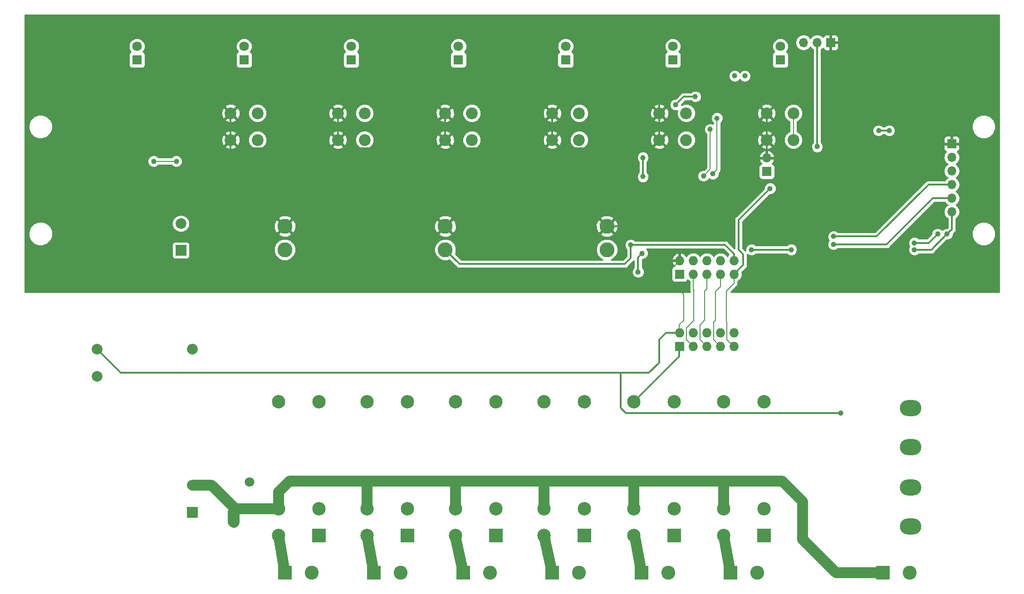
<source format=gbl>
G04 #@! TF.GenerationSoftware,KiCad,Pcbnew,(6.0.0-rc1-dev-904-g29e0e6921)*
G04 #@! TF.CreationDate,2018-10-19T00:50:26+01:00*
G04 #@! TF.ProjectId,AquaHub,417175614875622E6B696361645F7063,rev?*
G04 #@! TF.SameCoordinates,Original*
G04 #@! TF.FileFunction,Copper,L2,Bot,Signal*
G04 #@! TF.FilePolarity,Positive*
%FSLAX46Y46*%
G04 Gerber Fmt 4.6, Leading zero omitted, Abs format (unit mm)*
G04 Created by KiCad (PCBNEW (6.0.0-rc1-dev-904-g29e0e6921)) date 19/10/2018 00:50:26*
%MOMM*%
%LPD*%
G01*
G04 APERTURE LIST*
G04 #@! TA.AperFunction,ComponentPad*
%ADD10O,4.000000X3.000000*%
G04 #@! TD*
G04 #@! TA.AperFunction,ComponentPad*
%ADD11O,1.700000X1.700000*%
G04 #@! TD*
G04 #@! TA.AperFunction,ComponentPad*
%ADD12R,1.700000X1.700000*%
G04 #@! TD*
G04 #@! TA.AperFunction,ComponentPad*
%ADD13O,1.727200X1.727200*%
G04 #@! TD*
G04 #@! TA.AperFunction,ComponentPad*
%ADD14R,1.727200X1.727200*%
G04 #@! TD*
G04 #@! TA.AperFunction,ComponentPad*
%ADD15C,1.800000*%
G04 #@! TD*
G04 #@! TA.AperFunction,ComponentPad*
%ADD16R,1.800000X1.800000*%
G04 #@! TD*
G04 #@! TA.AperFunction,ComponentPad*
%ADD17C,2.200000*%
G04 #@! TD*
G04 #@! TA.AperFunction,ComponentPad*
%ADD18C,2.500000*%
G04 #@! TD*
G04 #@! TA.AperFunction,ComponentPad*
%ADD19R,2.500000X2.500000*%
G04 #@! TD*
G04 #@! TA.AperFunction,ComponentPad*
%ADD20C,2.600000*%
G04 #@! TD*
G04 #@! TA.AperFunction,ComponentPad*
%ADD21R,2.600000X2.600000*%
G04 #@! TD*
G04 #@! TA.AperFunction,ComponentPad*
%ADD22C,2.800000*%
G04 #@! TD*
G04 #@! TA.AperFunction,ComponentPad*
%ADD23C,2.000000*%
G04 #@! TD*
G04 #@! TA.AperFunction,ComponentPad*
%ADD24R,2.000000X2.000000*%
G04 #@! TD*
G04 #@! TA.AperFunction,ComponentPad*
%ADD25C,1.000000*%
G04 #@! TD*
G04 #@! TA.AperFunction,ViaPad*
%ADD26C,1.000000*%
G04 #@! TD*
G04 #@! TA.AperFunction,Conductor*
%ADD27C,0.304800*%
G04 #@! TD*
G04 #@! TA.AperFunction,Conductor*
%ADD28C,0.152400*%
G04 #@! TD*
G04 #@! TA.AperFunction,Conductor*
%ADD29C,2.000000*%
G04 #@! TD*
G04 #@! TA.AperFunction,Conductor*
%ADD30C,0.254000*%
G04 #@! TD*
G04 APERTURE END LIST*
D10*
G04 #@! TO.P,F1,2*
G04 #@! TO.N,/PowerBoard/UNFUSED_LIVE*
X219354400Y-129677200D03*
X219354400Y-122377200D03*
G04 #@! TO.P,F1,1*
G04 #@! TO.N,/PowerBoard/LIVE_IN*
X219354400Y-114827200D03*
X219354400Y-107527200D03*
G04 #@! TD*
D11*
G04 #@! TO.P,J10,6*
G04 #@! TO.N,+3V3*
X227056000Y-70904000D03*
G04 #@! TO.P,J10,5*
G04 #@! TO.N,/TX*
X227056000Y-68364000D03*
G04 #@! TO.P,J10,4*
G04 #@! TO.N,/RX*
X227056000Y-65824000D03*
G04 #@! TO.P,J10,3*
G04 #@! TO.N,/EN*
X227056000Y-63284000D03*
G04 #@! TO.P,J10,2*
G04 #@! TO.N,/IO0*
X227056000Y-60744000D03*
D12*
G04 #@! TO.P,J10,1*
G04 #@! TO.N,GND*
X227056000Y-58204000D03*
G04 #@! TD*
D13*
G04 #@! TO.P,J7,10*
G04 #@! TO.N,+5V*
X186436000Y-80010000D03*
G04 #@! TO.P,J7,9*
G04 #@! TO.N,Power_Sense*
X186436000Y-82550000D03*
G04 #@! TO.P,J7,8*
G04 #@! TO.N,RE5*
X183896000Y-80010000D03*
G04 #@! TO.P,J7,7*
G04 #@! TO.N,RE6*
X183896000Y-82550000D03*
G04 #@! TO.P,J7,6*
G04 #@! TO.N,RE3*
X181356000Y-80010000D03*
G04 #@! TO.P,J7,5*
G04 #@! TO.N,RE4*
X181356000Y-82550000D03*
G04 #@! TO.P,J7,4*
G04 #@! TO.N,RE1*
X178816000Y-80010000D03*
G04 #@! TO.P,J7,3*
G04 #@! TO.N,RE2*
X178816000Y-82550000D03*
G04 #@! TO.P,J7,2*
G04 #@! TO.N,GND*
X176276000Y-80010000D03*
D14*
G04 #@! TO.P,J7,1*
G04 #@! TO.N,+12V*
X176276000Y-82550000D03*
G04 #@! TD*
D15*
G04 #@! TO.P,D1,2*
G04 #@! TO.N,Net-(D1-Pad2)*
X195072000Y-40000000D03*
D16*
G04 #@! TO.P,D1,1*
G04 #@! TO.N,Net-(D1-Pad1)*
X195072000Y-42540000D03*
G04 #@! TD*
D17*
G04 #@! TO.P,SW3,2*
G04 #@! TO.N,GND*
X152500000Y-52500000D03*
G04 #@! TO.P,SW3,1*
G04 #@! TO.N,Net-(SW3-Pad1)*
X157500000Y-52500000D03*
G04 #@! TO.P,SW3,4*
G04 #@! TO.N,GND*
X152500000Y-57500000D03*
G04 #@! TO.P,SW3,3*
G04 #@! TO.N,Net-(SW3-Pad1)*
X157500000Y-57500000D03*
G04 #@! TD*
D11*
G04 #@! TO.P,J14,3*
G04 #@! TO.N,+5V*
X199390000Y-39319200D03*
G04 #@! TO.P,J14,2*
G04 #@! TO.N,/Temp_Sense*
X201930000Y-39319200D03*
D12*
G04 #@! TO.P,J14,1*
G04 #@! TO.N,GND*
X204470000Y-39319200D03*
G04 #@! TD*
D18*
G04 #@! TO.P,K1,8*
G04 #@! TO.N,/PowerBoard/NEUTRAL1*
X101460000Y-131350000D03*
G04 #@! TO.P,K1,7*
G04 #@! TO.N,/PowerBoard/NEUTRAL*
X101460000Y-126350000D03*
G04 #@! TO.P,K1,5*
G04 #@! TO.N,+12V*
X101460000Y-106350000D03*
G04 #@! TO.P,K1,4*
G04 #@! TO.N,RE1*
X108960000Y-106350000D03*
G04 #@! TO.P,K1,2*
G04 #@! TO.N,/PowerBoard/LIVE*
X108960000Y-126350000D03*
D19*
G04 #@! TO.P,K1,1*
G04 #@! TO.N,/PowerBoard/LIVE1*
X108960000Y-131350000D03*
G04 #@! TD*
D17*
G04 #@! TO.P,SW2,2*
G04 #@! TO.N,GND*
X172500000Y-52500000D03*
G04 #@! TO.P,SW2,1*
G04 #@! TO.N,Net-(SW2-Pad1)*
X177500000Y-52500000D03*
G04 #@! TO.P,SW2,4*
G04 #@! TO.N,GND*
X172500000Y-57500000D03*
G04 #@! TO.P,SW2,3*
G04 #@! TO.N,Net-(SW2-Pad1)*
X177500000Y-57500000D03*
G04 #@! TD*
G04 #@! TO.P,SW4,2*
G04 #@! TO.N,GND*
X132500000Y-52500000D03*
G04 #@! TO.P,SW4,1*
G04 #@! TO.N,Net-(SW4-Pad1)*
X137500000Y-52500000D03*
G04 #@! TO.P,SW4,4*
G04 #@! TO.N,GND*
X132500000Y-57500000D03*
G04 #@! TO.P,SW4,3*
G04 #@! TO.N,Net-(SW4-Pad1)*
X137500000Y-57500000D03*
G04 #@! TD*
D18*
G04 #@! TO.P,K6,8*
G04 #@! TO.N,/PowerBoard/NEUTRAL6*
X184525000Y-131350000D03*
G04 #@! TO.P,K6,7*
G04 #@! TO.N,/PowerBoard/NEUTRAL*
X184525000Y-126350000D03*
G04 #@! TO.P,K6,5*
G04 #@! TO.N,+12V*
X184525000Y-106350000D03*
G04 #@! TO.P,K6,4*
G04 #@! TO.N,RE6*
X192025000Y-106350000D03*
G04 #@! TO.P,K6,2*
G04 #@! TO.N,/PowerBoard/LIVE*
X192025000Y-126350000D03*
D19*
G04 #@! TO.P,K6,1*
G04 #@! TO.N,/PowerBoard/LIVE6*
X192025000Y-131350000D03*
G04 #@! TD*
D20*
G04 #@! TO.P,J8,2*
G04 #@! TO.N,/PowerBoard/UNFUSED_LIVE*
X219243000Y-138335000D03*
D21*
G04 #@! TO.P,J8,1*
G04 #@! TO.N,/PowerBoard/NEUTRAL*
X214243000Y-138335000D03*
G04 #@! TD*
D20*
G04 #@! TO.P,J6,2*
G04 #@! TO.N,/PowerBoard/LIVE6*
X190795000Y-138335000D03*
D21*
G04 #@! TO.P,J6,1*
G04 #@! TO.N,/PowerBoard/NEUTRAL6*
X185795000Y-138335000D03*
G04 #@! TD*
D20*
G04 #@! TO.P,J2,2*
G04 #@! TO.N,/PowerBoard/LIVE2*
X124247000Y-138335000D03*
D21*
G04 #@! TO.P,J2,1*
G04 #@! TO.N,/PowerBoard/NEUTRAL2*
X119247000Y-138335000D03*
G04 #@! TD*
D20*
G04 #@! TO.P,J1,2*
G04 #@! TO.N,/PowerBoard/LIVE1*
X107610000Y-138335000D03*
D21*
G04 #@! TO.P,J1,1*
G04 #@! TO.N,/PowerBoard/NEUTRAL1*
X102610000Y-138335000D03*
G04 #@! TD*
D20*
G04 #@! TO.P,J5,2*
G04 #@! TO.N,/PowerBoard/LIVE5*
X174158000Y-138335000D03*
D21*
G04 #@! TO.P,J5,1*
G04 #@! TO.N,/PowerBoard/NEUTRAL5*
X169158000Y-138335000D03*
G04 #@! TD*
D20*
G04 #@! TO.P,J4,2*
G04 #@! TO.N,/PowerBoard/LIVE4*
X157521000Y-138335000D03*
D21*
G04 #@! TO.P,J4,1*
G04 #@! TO.N,/PowerBoard/NEUTRAL4*
X152521000Y-138335000D03*
G04 #@! TD*
D20*
G04 #@! TO.P,J3,2*
G04 #@! TO.N,/PowerBoard/LIVE3*
X140884000Y-138335000D03*
D21*
G04 #@! TO.P,J3,1*
G04 #@! TO.N,/PowerBoard/NEUTRAL3*
X135884000Y-138335000D03*
G04 #@! TD*
D11*
G04 #@! TO.P,J13,2*
G04 #@! TO.N,GND*
X192532000Y-60833000D03*
D12*
G04 #@! TO.P,J13,1*
G04 #@! TO.N,/IO0*
X192532000Y-63373000D03*
G04 #@! TD*
D15*
G04 #@! TO.P,RV1,2*
G04 #@! TO.N,/PowerBoard/NEUTRAL*
X93100000Y-128906000D03*
G04 #@! TO.P,RV1,1*
G04 #@! TO.N,/PowerBoard/LIVE*
X96000000Y-121406000D03*
G04 #@! TD*
D22*
G04 #@! TO.P,TP1,1*
G04 #@! TO.N,+5V*
X132540000Y-77985000D03*
G04 #@! TD*
G04 #@! TO.P,TP2,1*
G04 #@! TO.N,+3V3*
X162702000Y-77985000D03*
G04 #@! TD*
G04 #@! TO.P,TP3,1*
G04 #@! TO.N,GND*
X162702000Y-73585000D03*
G04 #@! TD*
G04 #@! TO.P,TP4,1*
G04 #@! TO.N,+12V*
X102600000Y-77985000D03*
G04 #@! TD*
D23*
G04 #@! TO.P,V1,5*
G04 #@! TO.N,+12V*
X67564000Y-101600000D03*
G04 #@! TO.P,V1,3*
G04 #@! TO.N,Net-(V1-Pad3)*
X85344000Y-96520000D03*
G04 #@! TO.P,V1,4*
G04 #@! TO.N,GND*
X67564000Y-96520000D03*
G04 #@! TO.P,V1,2*
G04 #@! TO.N,/PowerBoard/NEUTRAL*
X85344000Y-121920000D03*
D24*
G04 #@! TO.P,V1,1*
G04 #@! TO.N,/PowerBoard/LIVE*
X85344000Y-127000000D03*
G04 #@! TD*
D18*
G04 #@! TO.P,K2,8*
G04 #@! TO.N,/PowerBoard/NEUTRAL2*
X117970000Y-131350000D03*
G04 #@! TO.P,K2,7*
G04 #@! TO.N,/PowerBoard/NEUTRAL*
X117970000Y-126350000D03*
G04 #@! TO.P,K2,5*
G04 #@! TO.N,+12V*
X117970000Y-106350000D03*
G04 #@! TO.P,K2,4*
G04 #@! TO.N,RE2*
X125470000Y-106350000D03*
G04 #@! TO.P,K2,2*
G04 #@! TO.N,/PowerBoard/LIVE*
X125470000Y-126350000D03*
D19*
G04 #@! TO.P,K2,1*
G04 #@! TO.N,/PowerBoard/LIVE2*
X125470000Y-131350000D03*
G04 #@! TD*
D18*
G04 #@! TO.P,K3,8*
G04 #@! TO.N,/PowerBoard/NEUTRAL3*
X134480000Y-131350000D03*
G04 #@! TO.P,K3,7*
G04 #@! TO.N,/PowerBoard/NEUTRAL*
X134480000Y-126350000D03*
G04 #@! TO.P,K3,5*
G04 #@! TO.N,+12V*
X134480000Y-106350000D03*
G04 #@! TO.P,K3,4*
G04 #@! TO.N,RE3*
X141980000Y-106350000D03*
G04 #@! TO.P,K3,2*
G04 #@! TO.N,/PowerBoard/LIVE*
X141980000Y-126350000D03*
D19*
G04 #@! TO.P,K3,1*
G04 #@! TO.N,/PowerBoard/LIVE3*
X141980000Y-131350000D03*
G04 #@! TD*
D18*
G04 #@! TO.P,K4,8*
G04 #@! TO.N,/PowerBoard/NEUTRAL4*
X150990000Y-131350000D03*
G04 #@! TO.P,K4,7*
G04 #@! TO.N,/PowerBoard/NEUTRAL*
X150990000Y-126350000D03*
G04 #@! TO.P,K4,5*
G04 #@! TO.N,+12V*
X150990000Y-106350000D03*
G04 #@! TO.P,K4,4*
G04 #@! TO.N,RE4*
X158490000Y-106350000D03*
G04 #@! TO.P,K4,2*
G04 #@! TO.N,/PowerBoard/LIVE*
X158490000Y-126350000D03*
D19*
G04 #@! TO.P,K4,1*
G04 #@! TO.N,/PowerBoard/LIVE4*
X158490000Y-131350000D03*
G04 #@! TD*
D18*
G04 #@! TO.P,K5,8*
G04 #@! TO.N,/PowerBoard/NEUTRAL5*
X167754000Y-131350000D03*
G04 #@! TO.P,K5,7*
G04 #@! TO.N,/PowerBoard/NEUTRAL*
X167754000Y-126350000D03*
G04 #@! TO.P,K5,5*
G04 #@! TO.N,+12V*
X167754000Y-106350000D03*
G04 #@! TO.P,K5,4*
G04 #@! TO.N,RE5*
X175254000Y-106350000D03*
G04 #@! TO.P,K5,2*
G04 #@! TO.N,/PowerBoard/LIVE*
X175254000Y-126350000D03*
D19*
G04 #@! TO.P,K5,1*
G04 #@! TO.N,/PowerBoard/LIVE5*
X175254000Y-131350000D03*
G04 #@! TD*
D17*
G04 #@! TO.P,SW1,2*
G04 #@! TO.N,GND*
X192500000Y-52500000D03*
G04 #@! TO.P,SW1,1*
G04 #@! TO.N,Net-(SW1-Pad1)*
X197500000Y-52500000D03*
G04 #@! TO.P,SW1,4*
G04 #@! TO.N,GND*
X192500000Y-57500000D03*
G04 #@! TO.P,SW1,3*
G04 #@! TO.N,Net-(SW1-Pad1)*
X197500000Y-57500000D03*
G04 #@! TD*
G04 #@! TO.P,SW5,2*
G04 #@! TO.N,GND*
X112500000Y-52500000D03*
G04 #@! TO.P,SW5,1*
G04 #@! TO.N,Net-(SW5-Pad1)*
X117500000Y-52500000D03*
G04 #@! TO.P,SW5,4*
G04 #@! TO.N,GND*
X112500000Y-57500000D03*
G04 #@! TO.P,SW5,3*
G04 #@! TO.N,Net-(SW5-Pad1)*
X117500000Y-57500000D03*
G04 #@! TD*
G04 #@! TO.P,SW6,2*
G04 #@! TO.N,GND*
X92500000Y-52500000D03*
G04 #@! TO.P,SW6,1*
G04 #@! TO.N,Net-(SW6-Pad1)*
X97500000Y-52500000D03*
G04 #@! TO.P,SW6,4*
G04 #@! TO.N,GND*
X92500000Y-57500000D03*
G04 #@! TO.P,SW6,3*
G04 #@! TO.N,Net-(SW6-Pad1)*
X97500000Y-57500000D03*
G04 #@! TD*
D23*
G04 #@! TO.P,LS1,2*
G04 #@! TO.N,Net-(LS1-Pad2)*
X83200000Y-73100000D03*
D24*
G04 #@! TO.P,LS1,1*
G04 #@! TO.N,+5V*
X83200000Y-78100000D03*
G04 #@! TD*
D25*
G04 #@! TO.P,Y1,2*
G04 #@! TO.N,Net-(U7-Pad2)*
X186557000Y-45531000D03*
G04 #@! TO.P,Y1,1*
G04 #@! TO.N,Net-(U7-Pad1)*
X188457000Y-45531000D03*
G04 #@! TD*
D22*
G04 #@! TO.P,TP5,1*
G04 #@! TO.N,GND*
X102600000Y-73585000D03*
G04 #@! TD*
G04 #@! TO.P,TP6,1*
G04 #@! TO.N,GND*
X132540000Y-73585000D03*
G04 #@! TD*
D13*
G04 #@! TO.P,J11,10*
G04 #@! TO.N,+5V*
X186436000Y-93472000D03*
G04 #@! TO.P,J11,9*
G04 #@! TO.N,Power_Sense*
X186436000Y-96012000D03*
G04 #@! TO.P,J11,8*
G04 #@! TO.N,RE5*
X183896000Y-93472000D03*
G04 #@! TO.P,J11,7*
G04 #@! TO.N,RE6*
X183896000Y-96012000D03*
G04 #@! TO.P,J11,6*
G04 #@! TO.N,RE3*
X181356000Y-93472000D03*
G04 #@! TO.P,J11,5*
G04 #@! TO.N,RE4*
X181356000Y-96012000D03*
G04 #@! TO.P,J11,4*
G04 #@! TO.N,RE1*
X178816000Y-93472000D03*
G04 #@! TO.P,J11,3*
G04 #@! TO.N,RE2*
X178816000Y-96012000D03*
G04 #@! TO.P,J11,2*
G04 #@! TO.N,GND*
X176276000Y-93472000D03*
D14*
G04 #@! TO.P,J11,1*
G04 #@! TO.N,+12V*
X176276000Y-96012000D03*
G04 #@! TD*
D16*
G04 #@! TO.P,D2,1*
G04 #@! TO.N,Net-(D2-Pad1)*
X175000000Y-42540000D03*
D15*
G04 #@! TO.P,D2,2*
G04 #@! TO.N,Net-(D2-Pad2)*
X175000000Y-40000000D03*
G04 #@! TD*
G04 #@! TO.P,D3,2*
G04 #@! TO.N,Net-(D3-Pad2)*
X155000000Y-40000000D03*
D16*
G04 #@! TO.P,D3,1*
G04 #@! TO.N,Net-(D3-Pad1)*
X155000000Y-42540000D03*
G04 #@! TD*
G04 #@! TO.P,D4,1*
G04 #@! TO.N,Net-(D4-Pad1)*
X135000000Y-42540000D03*
D15*
G04 #@! TO.P,D4,2*
G04 #@! TO.N,Net-(D4-Pad2)*
X135000000Y-40000000D03*
G04 #@! TD*
G04 #@! TO.P,D5,2*
G04 #@! TO.N,Net-(D5-Pad2)*
X115000000Y-40000000D03*
D16*
G04 #@! TO.P,D5,1*
G04 #@! TO.N,Net-(D5-Pad1)*
X115000000Y-42540000D03*
G04 #@! TD*
G04 #@! TO.P,D6,1*
G04 #@! TO.N,Net-(D6-Pad1)*
X95000000Y-42540000D03*
D15*
G04 #@! TO.P,D6,2*
G04 #@! TO.N,Net-(D6-Pad2)*
X95000000Y-40000000D03*
G04 #@! TD*
D16*
G04 #@! TO.P,D7,1*
G04 #@! TO.N,Net-(D7-Pad1)*
X75000000Y-42540000D03*
D15*
G04 #@! TO.P,D7,2*
G04 #@! TO.N,Net-(D7-Pad2)*
X75000000Y-40000000D03*
G04 #@! TD*
D26*
G04 #@! TO.N,GND*
X206000000Y-71500000D03*
X209000000Y-69000000D03*
X206000000Y-69000000D03*
X206000000Y-74000000D03*
X206375000Y-108459000D03*
X93726000Y-68986400D03*
X170307000Y-45720000D03*
X165481000Y-45720000D03*
X165481000Y-44450000D03*
X227774500Y-81724500D03*
X212000000Y-71577200D03*
X208991200Y-71577200D03*
X87249000Y-50350000D03*
X121020000Y-62640000D03*
X165481000Y-53481210D03*
X208991199Y-72937779D03*
X173100984Y-71399384D03*
X204470002Y-49250600D03*
G04 #@! TO.N,+5V*
X175514000Y-50927000D03*
X179197000Y-49403000D03*
X169418000Y-60806156D03*
X167132000Y-77089000D03*
X169418000Y-64312794D03*
G04 #@! TO.N,+3V3*
X220091000Y-77978000D03*
X226187000Y-75057000D03*
G04 #@! TO.N,/TX*
X205000000Y-77000000D03*
G04 #@! TO.N,/RX*
X205000000Y-75500000D03*
G04 #@! TO.N,/Temp_Sense*
X201930090Y-58737500D03*
G04 #@! TO.N,/EN*
X224437000Y-75056994D03*
X220091004Y-76708000D03*
G04 #@! TO.N,/IO0*
X215391976Y-55753000D03*
X213433189Y-55753000D03*
G04 #@! TO.N,/Sounder*
X197104000Y-77978000D03*
X168529000Y-82169000D03*
X169289159Y-78656004D03*
X189687200Y-77978006D03*
G04 #@! TO.N,Power_Sense*
X193167000Y-66548000D03*
G04 #@! TO.N,SDA*
X182473600Y-63804800D03*
X183235600Y-53441600D03*
G04 #@! TO.N,SCL*
X82346800Y-61468000D03*
X78130400Y-61468000D03*
X180746400Y-64211200D03*
X181991000Y-55499008D03*
G04 #@! TD*
D27*
G04 #@! TO.N,GND*
X172500000Y-57500000D02*
X172500000Y-52500000D01*
X152500000Y-52500000D02*
X152500000Y-57500000D01*
X112500000Y-52500000D02*
X112500000Y-57500000D01*
X92500000Y-52500000D02*
X92500000Y-57500000D01*
X132500000Y-52400000D02*
X132500000Y-57400000D01*
X192500000Y-57500000D02*
X192500000Y-52500000D01*
X112500000Y-52500000D02*
X112522000Y-52478000D01*
X132500000Y-52500000D02*
X132486400Y-52486400D01*
X92500000Y-57500000D02*
X92500000Y-67760400D01*
X92500000Y-67760400D02*
X93726000Y-68986400D01*
X192500000Y-60801000D02*
X192532000Y-60833000D01*
X192500000Y-57500000D02*
X192500000Y-60801000D01*
X172500000Y-52500000D02*
X172500000Y-47913000D01*
X172500000Y-47913000D02*
X170307000Y-45720000D01*
X165481000Y-45720000D02*
X165481000Y-44450000D01*
X187913000Y-47913000D02*
X192500000Y-52500000D01*
X172500000Y-47913000D02*
X187913000Y-47913000D01*
X90350000Y-50350000D02*
X87249000Y-50350000D01*
X92500000Y-52500000D02*
X90350000Y-50350000D01*
X130945000Y-59055000D02*
X132500000Y-57500000D01*
X112500000Y-57500000D02*
X114055000Y-59055000D01*
X114055000Y-59055000D02*
X130945000Y-59055000D01*
X92500000Y-57500000D02*
X94055000Y-59055000D01*
X110945000Y-59055000D02*
X112500000Y-57500000D01*
X94055000Y-59055000D02*
X110945000Y-59055000D01*
X150945000Y-59055000D02*
X152500000Y-57500000D01*
X132500000Y-57500000D02*
X134055000Y-59055000D01*
X134055000Y-59055000D02*
X150945000Y-59055000D01*
X170945000Y-59055000D02*
X172500000Y-57500000D01*
X152500000Y-57500000D02*
X154055000Y-59055000D01*
X154055000Y-59055000D02*
X170945000Y-59055000D01*
X72010000Y-100966000D02*
X165354000Y-100965000D01*
X67564000Y-96520000D02*
X72010000Y-100966000D01*
X165481000Y-45720000D02*
X165481000Y-53481210D01*
X165495210Y-53467000D02*
X165481000Y-53481210D01*
X171450000Y-53467000D02*
X165495210Y-53467000D01*
X172500000Y-52500000D02*
X172417000Y-52500000D01*
X172417000Y-52500000D02*
X171450000Y-53467000D01*
X165252400Y-101066600D02*
X165354000Y-100965000D01*
X165252400Y-107468400D02*
X165252400Y-101066600D01*
X166242000Y-108458000D02*
X165252400Y-107468400D01*
X206375000Y-108459000D02*
X206374000Y-108458000D01*
X206374000Y-108458000D02*
X166242000Y-108458000D01*
X170558290Y-100965000D02*
X172466000Y-99057290D01*
X172466000Y-99057290D02*
X172466000Y-94742000D01*
X165354000Y-100965000D02*
X170558290Y-100965000D01*
X172466000Y-94742000D02*
X173736000Y-93472000D01*
X173736000Y-93472000D02*
X176225200Y-93472000D01*
X170915368Y-73585000D02*
X172600985Y-71899383D01*
X162702000Y-73585000D02*
X170915368Y-73585000D01*
X172600985Y-71899383D02*
X173100984Y-71399384D01*
D28*
X175412401Y-80873599D02*
X176276000Y-80010000D01*
X176225200Y-91973400D02*
X177012600Y-91186000D01*
X176225200Y-93472000D02*
X176225200Y-91973400D01*
X177012600Y-91186000D02*
X177012600Y-86283800D01*
X177012600Y-86283800D02*
X174523400Y-83794600D01*
X174523400Y-83794600D02*
X174523400Y-81762600D01*
X174523400Y-81762600D02*
X175412401Y-80873599D01*
D27*
X204470000Y-39319200D02*
X204470000Y-49250598D01*
X204470000Y-49250598D02*
X204470002Y-49250600D01*
G04 #@! TO.N,+5V*
X177038000Y-49403000D02*
X179197000Y-49403000D01*
X175514000Y-50927000D02*
X177038000Y-49403000D01*
X135200000Y-80645000D02*
X132540000Y-77985000D01*
X166039799Y-80645000D02*
X135200000Y-80645000D01*
X167132000Y-77089000D02*
X167132000Y-79552799D01*
X167132000Y-79552799D02*
X166039799Y-80645000D01*
X169418000Y-60806156D02*
X169418000Y-64312794D01*
X184736314Y-77089000D02*
X167132000Y-77089000D01*
X186436000Y-80010000D02*
X186436000Y-78788686D01*
X186436000Y-78788686D02*
X184736314Y-77089000D01*
G04 #@! TO.N,+3V3*
X227076000Y-74168000D02*
X226187000Y-75057000D01*
X227056000Y-70904000D02*
X227076000Y-70924000D01*
X227076000Y-70924000D02*
X227076000Y-74168000D01*
X223266000Y-77978000D02*
X220091000Y-77978000D01*
X226187000Y-75057000D02*
X223266000Y-77978000D01*
G04 #@! TO.N,+12V*
X176225200Y-97878800D02*
X176225200Y-96012000D01*
X167754000Y-106350000D02*
X176225200Y-97878800D01*
D28*
G04 #@! TO.N,Net-(SW1-Pad1)*
X197500000Y-57500000D02*
X197500000Y-52500000D01*
D27*
G04 #@! TO.N,/TX*
X214896800Y-77000000D02*
X205000000Y-77000000D01*
X227056000Y-68364000D02*
X223532800Y-68364000D01*
X223532800Y-68364000D02*
X214896800Y-77000000D01*
G04 #@! TO.N,/RX*
X222720000Y-65824000D02*
X213044000Y-75500000D01*
X205707106Y-75500000D02*
X205000000Y-75500000D01*
X227056000Y-65824000D02*
X222720000Y-65824000D01*
X213044000Y-75500000D02*
X205707106Y-75500000D01*
G04 #@! TO.N,/Temp_Sense*
X201930090Y-41453090D02*
X201930090Y-58737500D01*
X201930000Y-39319200D02*
X201930090Y-41453090D01*
G04 #@! TO.N,/EN*
X222783400Y-76708000D02*
X220091004Y-76708000D01*
X224437000Y-75056994D02*
X224434406Y-75056994D01*
X224434406Y-75056994D02*
X222783400Y-76708000D01*
G04 #@! TO.N,/IO0*
X213433189Y-55753000D02*
X215391976Y-55753000D01*
G04 #@! TO.N,/Sounder*
X168529000Y-79416163D02*
X169289159Y-78656004D01*
X168529000Y-82169000D02*
X168529000Y-79416163D01*
X197104000Y-77978000D02*
X189687206Y-77978000D01*
X189687206Y-77978000D02*
X189687200Y-77978006D01*
D28*
G04 #@! TO.N,RE2*
X178816000Y-85471000D02*
X178816000Y-82550000D01*
X177571400Y-94818200D02*
X177571400Y-92557600D01*
X178765200Y-96012000D02*
X177571400Y-94818200D01*
X177571400Y-92557600D02*
X178943000Y-91186000D01*
X178943000Y-91186000D02*
X178943000Y-85648800D01*
X178943000Y-85648800D02*
X178968400Y-85623400D01*
X178968400Y-85623400D02*
X178816000Y-85471000D01*
G04 #@! TO.N,RE4*
X181356000Y-85318600D02*
X181356000Y-82550000D01*
X180975000Y-85699600D02*
X181356000Y-85318600D01*
X180975000Y-91160600D02*
X180975000Y-85699600D01*
X180089199Y-92046401D02*
X180975000Y-91160600D01*
X181305200Y-96012000D02*
X180089199Y-94795999D01*
X180089199Y-94795999D02*
X180089199Y-92046401D01*
G04 #@! TO.N,RE6*
X183896000Y-84861400D02*
X183896000Y-82550000D01*
X182981600Y-85775800D02*
X183896000Y-84861400D01*
X182981600Y-91109800D02*
X182981600Y-85775800D01*
X182629199Y-91462201D02*
X182981600Y-91109800D01*
X183845200Y-96012000D02*
X182629199Y-94795999D01*
X182629199Y-94795999D02*
X182629199Y-91462201D01*
G04 #@! TO.N,Power_Sense*
X186436000Y-84302600D02*
X186436000Y-82550000D01*
X185013600Y-87148551D02*
X185013600Y-85725000D01*
X185013600Y-85725000D02*
X186436000Y-84302600D01*
X185013600Y-91338400D02*
X185013600Y-87172800D01*
X185112001Y-91436801D02*
X185013600Y-91338400D01*
X186385200Y-96012000D02*
X185112001Y-94738801D01*
X185112001Y-94738801D02*
X185112001Y-91436801D01*
D27*
X193167000Y-66548000D02*
X187299600Y-72415400D01*
X187299600Y-77347070D02*
X187299600Y-78054176D01*
X187299600Y-72415400D02*
X187299600Y-77347070D01*
X187299599Y-81686401D02*
X186436000Y-82550000D01*
X188137800Y-80848200D02*
X187299599Y-81686401D01*
X188137800Y-78892376D02*
X188137800Y-80848200D01*
X187299600Y-78054176D02*
X188137800Y-78892376D01*
D28*
G04 #@! TO.N,SDA*
X183235600Y-63042800D02*
X183235600Y-53441600D01*
X182473600Y-63804800D02*
X183235600Y-63042800D01*
G04 #@! TO.N,SCL*
X82346800Y-61468000D02*
X78130400Y-61468000D01*
X180746400Y-64211200D02*
X181991000Y-62966600D01*
X181991000Y-62966600D02*
X181991000Y-55499008D01*
D29*
G04 #@! TO.N,/PowerBoard/NEUTRAL6*
X185795000Y-138335000D02*
X184525000Y-131350000D01*
G04 #@! TO.N,/PowerBoard/NEUTRAL5*
X169158000Y-138335000D02*
X167888000Y-131477000D01*
G04 #@! TO.N,/PowerBoard/NEUTRAL4*
X152521000Y-138335000D02*
X150997000Y-131350000D01*
G04 #@! TO.N,/PowerBoard/NEUTRAL3*
X135884000Y-138335000D02*
X134360000Y-131350000D01*
G04 #@! TO.N,/PowerBoard/NEUTRAL2*
X119247000Y-138335000D02*
X117977000Y-131350000D01*
G04 #@! TO.N,/PowerBoard/NEUTRAL1*
X102610000Y-138335000D02*
X101467000Y-131350000D01*
G04 #@! TO.N,/PowerBoard/NEUTRAL*
X184525000Y-121190000D02*
X167754000Y-121190000D01*
X214116000Y-138462000D02*
X214243000Y-138335000D01*
X205480000Y-138335000D02*
X214243000Y-138335000D01*
X199257000Y-132112000D02*
X205480000Y-138335000D01*
X199257000Y-125000000D02*
X199257000Y-132112000D01*
X195447000Y-121190000D02*
X199257000Y-125000000D01*
X117970000Y-126350000D02*
X117970000Y-121190000D01*
X134480000Y-121190000D02*
X117970000Y-121190000D01*
X134480000Y-126350000D02*
X134480000Y-121190000D01*
X150990000Y-121190000D02*
X134480000Y-121190000D01*
X150990000Y-126350000D02*
X150990000Y-121190000D01*
X150990000Y-121190000D02*
X167754000Y-121190000D01*
X167754000Y-126350000D02*
X167754000Y-121190000D01*
X184525000Y-126350000D02*
X184525000Y-121190000D01*
X184525000Y-121190000D02*
X195447000Y-121190000D01*
X103536000Y-121190000D02*
X117970000Y-121190000D01*
X103505000Y-121159000D02*
X103536000Y-121190000D01*
X101460000Y-126350000D02*
X101460000Y-123204000D01*
X101460000Y-123204000D02*
X103505000Y-121159000D01*
X88920000Y-121920000D02*
X85344000Y-121920000D01*
X93100000Y-128906000D02*
X93100000Y-126100000D01*
X93100000Y-126100000D02*
X88920000Y-121920000D01*
X93000000Y-128815000D02*
X93091000Y-128906000D01*
X93000000Y-127000000D02*
X93000000Y-128815000D01*
X93634000Y-126366000D02*
X93000000Y-127000000D01*
X101460000Y-126350000D02*
X101444000Y-126366000D01*
X101444000Y-126366000D02*
X93634000Y-126366000D01*
G04 #@! TD*
D30*
G04 #@! TO.N,GND*
G36*
X235873000Y-85873000D02*
X185871388Y-85873000D01*
X186889369Y-84855020D01*
X186948745Y-84815346D01*
X186988420Y-84755969D01*
X186988424Y-84755965D01*
X187105935Y-84580098D01*
X187105935Y-84580097D01*
X187105936Y-84580096D01*
X187147200Y-84372646D01*
X187147200Y-84372643D01*
X187161132Y-84302601D01*
X187147200Y-84232559D01*
X187147200Y-83877142D01*
X187516430Y-83630430D01*
X187847650Y-83134725D01*
X187963959Y-82550000D01*
X187895204Y-82204348D01*
X187911212Y-82188340D01*
X187911214Y-82188337D01*
X188639738Y-81459814D01*
X188705484Y-81415884D01*
X188879515Y-81155428D01*
X188925200Y-80925752D01*
X188940626Y-80848201D01*
X188925200Y-80770650D01*
X188925200Y-78969927D01*
X188940626Y-78892376D01*
X188926768Y-78822707D01*
X189044274Y-78940213D01*
X189461434Y-79113006D01*
X189912966Y-79113006D01*
X190330126Y-78940213D01*
X190504939Y-78765400D01*
X196286267Y-78765400D01*
X196461074Y-78940207D01*
X196878234Y-79113000D01*
X197329766Y-79113000D01*
X197746926Y-78940207D01*
X198066207Y-78620926D01*
X198239000Y-78203766D01*
X198239000Y-77752234D01*
X198066207Y-77335074D01*
X197746926Y-77015793D01*
X197329766Y-76843000D01*
X196878234Y-76843000D01*
X196461074Y-77015793D01*
X196286267Y-77190600D01*
X190504927Y-77190600D01*
X190330126Y-77015799D01*
X189912966Y-76843006D01*
X189461434Y-76843006D01*
X189044274Y-77015799D01*
X188724993Y-77335080D01*
X188552200Y-77752240D01*
X188552200Y-78193224D01*
X188087000Y-77728025D01*
X188087000Y-75274234D01*
X203865000Y-75274234D01*
X203865000Y-75725766D01*
X204037793Y-76142926D01*
X204144867Y-76250000D01*
X204037793Y-76357074D01*
X203865000Y-76774234D01*
X203865000Y-77225766D01*
X204037793Y-77642926D01*
X204357074Y-77962207D01*
X204774234Y-78135000D01*
X205225766Y-78135000D01*
X205642926Y-77962207D01*
X205817733Y-77787400D01*
X214819249Y-77787400D01*
X214896800Y-77802826D01*
X214974351Y-77787400D01*
X214974352Y-77787400D01*
X215204028Y-77741715D01*
X215464484Y-77567684D01*
X215508416Y-77501935D01*
X223858952Y-69151400D01*
X225796130Y-69151400D01*
X225985375Y-69434625D01*
X226283761Y-69634000D01*
X225985375Y-69833375D01*
X225657161Y-70324582D01*
X225541908Y-70904000D01*
X225657161Y-71483418D01*
X225985375Y-71974625D01*
X226288600Y-72177234D01*
X226288601Y-73841847D01*
X226208448Y-73922000D01*
X225961234Y-73922000D01*
X225544074Y-74094793D01*
X225312003Y-74326864D01*
X225079926Y-74094787D01*
X224662766Y-73921994D01*
X224211234Y-73921994D01*
X223794074Y-74094787D01*
X223474793Y-74414068D01*
X223302000Y-74831228D01*
X223302000Y-75075848D01*
X222457249Y-75920600D01*
X220908737Y-75920600D01*
X220733930Y-75745793D01*
X220316770Y-75573000D01*
X219865238Y-75573000D01*
X219448078Y-75745793D01*
X219128797Y-76065074D01*
X218956004Y-76482234D01*
X218956004Y-76933766D01*
X219125512Y-77342995D01*
X218956000Y-77752234D01*
X218956000Y-78203766D01*
X219128793Y-78620926D01*
X219448074Y-78940207D01*
X219865234Y-79113000D01*
X220316766Y-79113000D01*
X220733926Y-78940207D01*
X220908733Y-78765400D01*
X223188449Y-78765400D01*
X223266000Y-78780826D01*
X223343551Y-78765400D01*
X223343552Y-78765400D01*
X223573228Y-78719715D01*
X223833684Y-78545684D01*
X223877616Y-78479935D01*
X226165552Y-76192000D01*
X226412766Y-76192000D01*
X226829926Y-76019207D01*
X227149207Y-75699926D01*
X227322000Y-75282766D01*
X227322000Y-75035552D01*
X227577938Y-74779614D01*
X227643684Y-74735684D01*
X227764125Y-74555431D01*
X230765000Y-74555431D01*
X230765000Y-75444569D01*
X231105259Y-76266026D01*
X231733974Y-76894741D01*
X232555431Y-77235000D01*
X233444569Y-77235000D01*
X234266026Y-76894741D01*
X234894741Y-76266026D01*
X235235000Y-75444569D01*
X235235000Y-74555431D01*
X234894741Y-73733974D01*
X234266026Y-73105259D01*
X233444569Y-72765000D01*
X232555431Y-72765000D01*
X231733974Y-73105259D01*
X231105259Y-73733974D01*
X230765000Y-74555431D01*
X227764125Y-74555431D01*
X227817715Y-74475228D01*
X227863400Y-74245552D01*
X227863400Y-74245551D01*
X227878826Y-74168000D01*
X227863400Y-74090449D01*
X227863400Y-72150506D01*
X228126625Y-71974625D01*
X228454839Y-71483418D01*
X228570092Y-70904000D01*
X228454839Y-70324582D01*
X228126625Y-69833375D01*
X227828239Y-69634000D01*
X228126625Y-69434625D01*
X228454839Y-68943418D01*
X228570092Y-68364000D01*
X228454839Y-67784582D01*
X228126625Y-67293375D01*
X227828239Y-67094000D01*
X228126625Y-66894625D01*
X228454839Y-66403418D01*
X228570092Y-65824000D01*
X228454839Y-65244582D01*
X228126625Y-64753375D01*
X227828239Y-64554000D01*
X228126625Y-64354625D01*
X228454839Y-63863418D01*
X228570092Y-63284000D01*
X228454839Y-62704582D01*
X228126625Y-62213375D01*
X227828239Y-62014000D01*
X228126625Y-61814625D01*
X228454839Y-61323418D01*
X228570092Y-60744000D01*
X228454839Y-60164582D01*
X228126625Y-59673375D01*
X228104967Y-59658904D01*
X228265698Y-59592327D01*
X228444327Y-59413699D01*
X228541000Y-59180310D01*
X228541000Y-58489750D01*
X228382250Y-58331000D01*
X227183000Y-58331000D01*
X227183000Y-58351000D01*
X226929000Y-58351000D01*
X226929000Y-58331000D01*
X225729750Y-58331000D01*
X225571000Y-58489750D01*
X225571000Y-59180310D01*
X225667673Y-59413699D01*
X225846302Y-59592327D01*
X226007033Y-59658904D01*
X225985375Y-59673375D01*
X225657161Y-60164582D01*
X225541908Y-60744000D01*
X225657161Y-61323418D01*
X225985375Y-61814625D01*
X226283761Y-62014000D01*
X225985375Y-62213375D01*
X225657161Y-62704582D01*
X225541908Y-63284000D01*
X225657161Y-63863418D01*
X225985375Y-64354625D01*
X226283761Y-64554000D01*
X225985375Y-64753375D01*
X225796130Y-65036600D01*
X222797550Y-65036600D01*
X222719999Y-65021174D01*
X222642448Y-65036600D01*
X222412772Y-65082285D01*
X222412771Y-65082286D01*
X222412770Y-65082286D01*
X222320104Y-65144204D01*
X222152316Y-65256316D01*
X222108386Y-65322062D01*
X212717849Y-74712600D01*
X205817733Y-74712600D01*
X205642926Y-74537793D01*
X205225766Y-74365000D01*
X204774234Y-74365000D01*
X204357074Y-74537793D01*
X204037793Y-74857074D01*
X203865000Y-75274234D01*
X188087000Y-75274234D01*
X188087000Y-72741551D01*
X193145552Y-67683000D01*
X193392766Y-67683000D01*
X193809926Y-67510207D01*
X194129207Y-67190926D01*
X194302000Y-66773766D01*
X194302000Y-66322234D01*
X194129207Y-65905074D01*
X193809926Y-65585793D01*
X193392766Y-65413000D01*
X192941234Y-65413000D01*
X192524074Y-65585793D01*
X192204793Y-65905074D01*
X192032000Y-66322234D01*
X192032000Y-66569448D01*
X186797665Y-71803784D01*
X186731916Y-71847716D01*
X186557885Y-72108173D01*
X186550903Y-72143276D01*
X186496774Y-72415400D01*
X186512200Y-72492951D01*
X186512201Y-77269514D01*
X186512200Y-77269519D01*
X186512200Y-77751334D01*
X185347930Y-76587065D01*
X185303998Y-76521316D01*
X185043542Y-76347285D01*
X184813866Y-76301600D01*
X184813865Y-76301600D01*
X184736314Y-76286174D01*
X184658763Y-76301600D01*
X167949733Y-76301600D01*
X167774926Y-76126793D01*
X167357766Y-75954000D01*
X166906234Y-75954000D01*
X166489074Y-76126793D01*
X166169793Y-76446074D01*
X165997000Y-76863234D01*
X165997000Y-77314766D01*
X166169793Y-77731926D01*
X166344600Y-77906733D01*
X166344601Y-79226646D01*
X165713648Y-79857600D01*
X163498856Y-79857600D01*
X163854735Y-79710190D01*
X164427190Y-79137735D01*
X164737000Y-78389787D01*
X164737000Y-77580213D01*
X164427190Y-76832265D01*
X163854735Y-76259810D01*
X163106787Y-75950000D01*
X162297213Y-75950000D01*
X161549265Y-76259810D01*
X160976810Y-76832265D01*
X160667000Y-77580213D01*
X160667000Y-78389787D01*
X160976810Y-79137735D01*
X161549265Y-79710190D01*
X161905144Y-79857600D01*
X135526152Y-79857600D01*
X134423673Y-78755122D01*
X134575000Y-78389787D01*
X134575000Y-77580213D01*
X134265190Y-76832265D01*
X133692735Y-76259810D01*
X132944787Y-75950000D01*
X132135213Y-75950000D01*
X131387265Y-76259810D01*
X130814810Y-76832265D01*
X130505000Y-77580213D01*
X130505000Y-78389787D01*
X130814810Y-79137735D01*
X131387265Y-79710190D01*
X132135213Y-80020000D01*
X132944787Y-80020000D01*
X133310122Y-79868673D01*
X134588386Y-81146938D01*
X134632316Y-81212684D01*
X134892772Y-81386715D01*
X135122448Y-81432400D01*
X135199999Y-81447826D01*
X135277550Y-81432400D01*
X165962248Y-81432400D01*
X166039799Y-81447826D01*
X166117350Y-81432400D01*
X166117351Y-81432400D01*
X166347027Y-81386715D01*
X166607483Y-81212684D01*
X166651415Y-81146935D01*
X167633938Y-80164413D01*
X167699684Y-80120483D01*
X167741601Y-80057750D01*
X167741600Y-81351267D01*
X167566793Y-81526074D01*
X167394000Y-81943234D01*
X167394000Y-82394766D01*
X167566793Y-82811926D01*
X167886074Y-83131207D01*
X168303234Y-83304000D01*
X168754766Y-83304000D01*
X169171926Y-83131207D01*
X169491207Y-82811926D01*
X169664000Y-82394766D01*
X169664000Y-81943234D01*
X169491207Y-81526074D01*
X169316400Y-81351267D01*
X169316400Y-79791004D01*
X169514925Y-79791004D01*
X169852990Y-79650973D01*
X174821032Y-79650973D01*
X174941531Y-79883000D01*
X176149000Y-79883000D01*
X176149000Y-78676183D01*
X175916974Y-78555042D01*
X175501053Y-78727312D01*
X175069179Y-79121510D01*
X174821032Y-79650973D01*
X169852990Y-79650973D01*
X169932085Y-79618211D01*
X170251366Y-79298930D01*
X170424159Y-78881770D01*
X170424159Y-78430238D01*
X170251366Y-78013078D01*
X170114688Y-77876400D01*
X184410163Y-77876400D01*
X185420169Y-78886406D01*
X185355570Y-78929570D01*
X185166000Y-79213281D01*
X184976430Y-78929570D01*
X184480725Y-78598350D01*
X184043598Y-78511400D01*
X183748402Y-78511400D01*
X183311275Y-78598350D01*
X182815570Y-78929570D01*
X182626000Y-79213281D01*
X182436430Y-78929570D01*
X181940725Y-78598350D01*
X181503598Y-78511400D01*
X181208402Y-78511400D01*
X180771275Y-78598350D01*
X180275570Y-78929570D01*
X180086000Y-79213281D01*
X179896430Y-78929570D01*
X179400725Y-78598350D01*
X178963598Y-78511400D01*
X178668402Y-78511400D01*
X178231275Y-78598350D01*
X177735570Y-78929570D01*
X177534146Y-79231021D01*
X177482821Y-79121510D01*
X177050947Y-78727312D01*
X176635026Y-78555042D01*
X176403000Y-78676183D01*
X176403000Y-79883000D01*
X176423000Y-79883000D01*
X176423000Y-80137000D01*
X176403000Y-80137000D01*
X176403000Y-80157000D01*
X176149000Y-80157000D01*
X176149000Y-80137000D01*
X174941531Y-80137000D01*
X174821032Y-80369027D01*
X175069179Y-80898490D01*
X175256950Y-81069881D01*
X175164635Y-81088243D01*
X174954591Y-81228591D01*
X174814243Y-81438635D01*
X174764960Y-81686400D01*
X174764960Y-83413600D01*
X174814243Y-83661365D01*
X174954591Y-83871409D01*
X175164635Y-84011757D01*
X175412400Y-84061040D01*
X177139600Y-84061040D01*
X177387365Y-84011757D01*
X177597409Y-83871409D01*
X177737757Y-83661365D01*
X177742932Y-83635349D01*
X178104801Y-83877142D01*
X178104800Y-85400958D01*
X178090868Y-85471000D01*
X178104800Y-85541041D01*
X178104800Y-85541045D01*
X178146064Y-85748495D01*
X178146065Y-85748496D01*
X178229256Y-85873000D01*
X54127000Y-85873000D01*
X54127000Y-74555431D01*
X54765000Y-74555431D01*
X54765000Y-75444569D01*
X55105259Y-76266026D01*
X55733974Y-76894741D01*
X56555431Y-77235000D01*
X57444569Y-77235000D01*
X57770487Y-77100000D01*
X81552560Y-77100000D01*
X81552560Y-79100000D01*
X81601843Y-79347765D01*
X81742191Y-79557809D01*
X81952235Y-79698157D01*
X82200000Y-79747440D01*
X84200000Y-79747440D01*
X84447765Y-79698157D01*
X84657809Y-79557809D01*
X84798157Y-79347765D01*
X84847440Y-79100000D01*
X84847440Y-77580213D01*
X100565000Y-77580213D01*
X100565000Y-78389787D01*
X100874810Y-79137735D01*
X101447265Y-79710190D01*
X102195213Y-80020000D01*
X103004787Y-80020000D01*
X103752735Y-79710190D01*
X104325190Y-79137735D01*
X104635000Y-78389787D01*
X104635000Y-77580213D01*
X104325190Y-76832265D01*
X103752735Y-76259810D01*
X103004787Y-75950000D01*
X102195213Y-75950000D01*
X101447265Y-76259810D01*
X100874810Y-76832265D01*
X100565000Y-77580213D01*
X84847440Y-77580213D01*
X84847440Y-77100000D01*
X84798157Y-76852235D01*
X84657809Y-76642191D01*
X84447765Y-76501843D01*
X84200000Y-76452560D01*
X82200000Y-76452560D01*
X81952235Y-76501843D01*
X81742191Y-76642191D01*
X81601843Y-76852235D01*
X81552560Y-77100000D01*
X57770487Y-77100000D01*
X58266026Y-76894741D01*
X58894741Y-76266026D01*
X59235000Y-75444569D01*
X59235000Y-75026724D01*
X101337882Y-75026724D01*
X101485455Y-75335106D01*
X102240031Y-75628405D01*
X103049409Y-75610614D01*
X103714545Y-75335106D01*
X103862118Y-75026724D01*
X131277882Y-75026724D01*
X131425455Y-75335106D01*
X132180031Y-75628405D01*
X132989409Y-75610614D01*
X133654545Y-75335106D01*
X133802118Y-75026724D01*
X161439882Y-75026724D01*
X161587455Y-75335106D01*
X162342031Y-75628405D01*
X163151409Y-75610614D01*
X163816545Y-75335106D01*
X163964118Y-75026724D01*
X162702000Y-73764605D01*
X161439882Y-75026724D01*
X133802118Y-75026724D01*
X132540000Y-73764605D01*
X131277882Y-75026724D01*
X103862118Y-75026724D01*
X102600000Y-73764605D01*
X101337882Y-75026724D01*
X59235000Y-75026724D01*
X59235000Y-74555431D01*
X58894741Y-73733974D01*
X58266026Y-73105259D01*
X57468176Y-72774778D01*
X81565000Y-72774778D01*
X81565000Y-73425222D01*
X81813914Y-74026153D01*
X82273847Y-74486086D01*
X82874778Y-74735000D01*
X83525222Y-74735000D01*
X84126153Y-74486086D01*
X84586086Y-74026153D01*
X84835000Y-73425222D01*
X84835000Y-73225031D01*
X100556595Y-73225031D01*
X100574386Y-74034409D01*
X100849894Y-74699545D01*
X101158276Y-74847118D01*
X102420395Y-73585000D01*
X102779605Y-73585000D01*
X104041724Y-74847118D01*
X104350106Y-74699545D01*
X104643405Y-73944969D01*
X104627580Y-73225031D01*
X130496595Y-73225031D01*
X130514386Y-74034409D01*
X130789894Y-74699545D01*
X131098276Y-74847118D01*
X132360395Y-73585000D01*
X132719605Y-73585000D01*
X133981724Y-74847118D01*
X134290106Y-74699545D01*
X134583405Y-73944969D01*
X134567580Y-73225031D01*
X160658595Y-73225031D01*
X160676386Y-74034409D01*
X160951894Y-74699545D01*
X161260276Y-74847118D01*
X162522395Y-73585000D01*
X162881605Y-73585000D01*
X164143724Y-74847118D01*
X164452106Y-74699545D01*
X164745405Y-73944969D01*
X164727614Y-73135591D01*
X164452106Y-72470455D01*
X164143724Y-72322882D01*
X162881605Y-73585000D01*
X162522395Y-73585000D01*
X161260276Y-72322882D01*
X160951894Y-72470455D01*
X160658595Y-73225031D01*
X134567580Y-73225031D01*
X134565614Y-73135591D01*
X134290106Y-72470455D01*
X133981724Y-72322882D01*
X132719605Y-73585000D01*
X132360395Y-73585000D01*
X131098276Y-72322882D01*
X130789894Y-72470455D01*
X130496595Y-73225031D01*
X104627580Y-73225031D01*
X104625614Y-73135591D01*
X104350106Y-72470455D01*
X104041724Y-72322882D01*
X102779605Y-73585000D01*
X102420395Y-73585000D01*
X101158276Y-72322882D01*
X100849894Y-72470455D01*
X100556595Y-73225031D01*
X84835000Y-73225031D01*
X84835000Y-72774778D01*
X84586086Y-72173847D01*
X84555515Y-72143276D01*
X101337882Y-72143276D01*
X102600000Y-73405395D01*
X103862118Y-72143276D01*
X131277882Y-72143276D01*
X132540000Y-73405395D01*
X133802118Y-72143276D01*
X161439882Y-72143276D01*
X162702000Y-73405395D01*
X163964118Y-72143276D01*
X163816545Y-71834894D01*
X163061969Y-71541595D01*
X162252591Y-71559386D01*
X161587455Y-71834894D01*
X161439882Y-72143276D01*
X133802118Y-72143276D01*
X133654545Y-71834894D01*
X132899969Y-71541595D01*
X132090591Y-71559386D01*
X131425455Y-71834894D01*
X131277882Y-72143276D01*
X103862118Y-72143276D01*
X103714545Y-71834894D01*
X102959969Y-71541595D01*
X102150591Y-71559386D01*
X101485455Y-71834894D01*
X101337882Y-72143276D01*
X84555515Y-72143276D01*
X84126153Y-71713914D01*
X83525222Y-71465000D01*
X82874778Y-71465000D01*
X82273847Y-71713914D01*
X81813914Y-72173847D01*
X81565000Y-72774778D01*
X57468176Y-72774778D01*
X57444569Y-72765000D01*
X56555431Y-72765000D01*
X55733974Y-73105259D01*
X55105259Y-73733974D01*
X54765000Y-74555431D01*
X54127000Y-74555431D01*
X54127000Y-61242234D01*
X76995400Y-61242234D01*
X76995400Y-61693766D01*
X77168193Y-62110926D01*
X77487474Y-62430207D01*
X77904634Y-62603000D01*
X78356166Y-62603000D01*
X78773326Y-62430207D01*
X79024333Y-62179200D01*
X81452867Y-62179200D01*
X81703874Y-62430207D01*
X82121034Y-62603000D01*
X82572566Y-62603000D01*
X82989726Y-62430207D01*
X83309007Y-62110926D01*
X83481800Y-61693766D01*
X83481800Y-61242234D01*
X83309007Y-60825074D01*
X83064323Y-60580390D01*
X168283000Y-60580390D01*
X168283000Y-61031922D01*
X168455793Y-61449082D01*
X168630600Y-61623889D01*
X168630601Y-63495060D01*
X168455793Y-63669868D01*
X168283000Y-64087028D01*
X168283000Y-64538560D01*
X168455793Y-64955720D01*
X168775074Y-65275001D01*
X169192234Y-65447794D01*
X169643766Y-65447794D01*
X170060926Y-65275001D01*
X170380207Y-64955720D01*
X170553000Y-64538560D01*
X170553000Y-64087028D01*
X170510919Y-63985434D01*
X179611400Y-63985434D01*
X179611400Y-64436966D01*
X179784193Y-64854126D01*
X180103474Y-65173407D01*
X180520634Y-65346200D01*
X180972166Y-65346200D01*
X181389326Y-65173407D01*
X181708607Y-64854126D01*
X181769876Y-64706209D01*
X181830674Y-64767007D01*
X182247834Y-64939800D01*
X182699366Y-64939800D01*
X183116526Y-64767007D01*
X183435807Y-64447726D01*
X183608600Y-64030566D01*
X183608600Y-63675589D01*
X183688969Y-63595220D01*
X183748345Y-63555546D01*
X183788020Y-63496169D01*
X183788024Y-63496165D01*
X183905535Y-63320297D01*
X183905536Y-63320296D01*
X183946800Y-63112846D01*
X183946800Y-63112842D01*
X183960732Y-63042800D01*
X183946800Y-62972758D01*
X183946800Y-62523000D01*
X191034560Y-62523000D01*
X191034560Y-64223000D01*
X191083843Y-64470765D01*
X191224191Y-64680809D01*
X191434235Y-64821157D01*
X191682000Y-64870440D01*
X193382000Y-64870440D01*
X193629765Y-64821157D01*
X193839809Y-64680809D01*
X193980157Y-64470765D01*
X194029440Y-64223000D01*
X194029440Y-62523000D01*
X193980157Y-62275235D01*
X193839809Y-62065191D01*
X193629765Y-61924843D01*
X193526292Y-61904261D01*
X193803645Y-61599924D01*
X193973476Y-61189890D01*
X193852155Y-60960000D01*
X192659000Y-60960000D01*
X192659000Y-60980000D01*
X192405000Y-60980000D01*
X192405000Y-60960000D01*
X191211845Y-60960000D01*
X191090524Y-61189890D01*
X191260355Y-61599924D01*
X191537708Y-61904261D01*
X191434235Y-61924843D01*
X191224191Y-62065191D01*
X191083843Y-62275235D01*
X191034560Y-62523000D01*
X183946800Y-62523000D01*
X183946800Y-60476110D01*
X191090524Y-60476110D01*
X191211845Y-60706000D01*
X192405000Y-60706000D01*
X192405000Y-59512181D01*
X192659000Y-59512181D01*
X192659000Y-60706000D01*
X193852155Y-60706000D01*
X193973476Y-60476110D01*
X193803645Y-60066076D01*
X193413358Y-59637817D01*
X192888892Y-59391514D01*
X192659000Y-59512181D01*
X192405000Y-59512181D01*
X192175108Y-59391514D01*
X191650642Y-59637817D01*
X191260355Y-60066076D01*
X191090524Y-60476110D01*
X183946800Y-60476110D01*
X183946800Y-58724868D01*
X191454737Y-58724868D01*
X191565641Y-59002099D01*
X192211593Y-59245323D01*
X192901453Y-59222836D01*
X193434359Y-59002099D01*
X193545263Y-58724868D01*
X192500000Y-57679605D01*
X191454737Y-58724868D01*
X183946800Y-58724868D01*
X183946800Y-57211593D01*
X190754677Y-57211593D01*
X190777164Y-57901453D01*
X190997901Y-58434359D01*
X191275132Y-58545263D01*
X192320395Y-57500000D01*
X192679605Y-57500000D01*
X193724868Y-58545263D01*
X194002099Y-58434359D01*
X194245323Y-57788407D01*
X194222836Y-57098547D01*
X194002099Y-56565641D01*
X193724868Y-56454737D01*
X192679605Y-57500000D01*
X192320395Y-57500000D01*
X191275132Y-56454737D01*
X190997901Y-56565641D01*
X190754677Y-57211593D01*
X183946800Y-57211593D01*
X183946800Y-56275132D01*
X191454737Y-56275132D01*
X192500000Y-57320395D01*
X193545263Y-56275132D01*
X193434359Y-55997901D01*
X192788407Y-55754677D01*
X192098547Y-55777164D01*
X191565641Y-55997901D01*
X191454737Y-56275132D01*
X183946800Y-56275132D01*
X183946800Y-54335533D01*
X184197807Y-54084526D01*
X184346781Y-53724868D01*
X191454737Y-53724868D01*
X191565641Y-54002099D01*
X192211593Y-54245323D01*
X192901453Y-54222836D01*
X193434359Y-54002099D01*
X193545263Y-53724868D01*
X192500000Y-52679605D01*
X191454737Y-53724868D01*
X184346781Y-53724868D01*
X184370600Y-53667366D01*
X184370600Y-53215834D01*
X184197807Y-52798674D01*
X183878526Y-52479393D01*
X183461366Y-52306600D01*
X183009834Y-52306600D01*
X182592674Y-52479393D01*
X182273393Y-52798674D01*
X182100600Y-53215834D01*
X182100600Y-53667366D01*
X182273393Y-54084526D01*
X182524401Y-54335534D01*
X182524401Y-54491434D01*
X182216766Y-54364008D01*
X181765234Y-54364008D01*
X181348074Y-54536801D01*
X181028793Y-54856082D01*
X180856000Y-55273242D01*
X180856000Y-55724774D01*
X181028793Y-56141934D01*
X181279801Y-56392942D01*
X181279800Y-62672011D01*
X180875611Y-63076200D01*
X180520634Y-63076200D01*
X180103474Y-63248993D01*
X179784193Y-63568274D01*
X179611400Y-63985434D01*
X170510919Y-63985434D01*
X170380207Y-63669868D01*
X170205400Y-63495061D01*
X170205400Y-61623889D01*
X170380207Y-61449082D01*
X170553000Y-61031922D01*
X170553000Y-60580390D01*
X170380207Y-60163230D01*
X170060926Y-59843949D01*
X169643766Y-59671156D01*
X169192234Y-59671156D01*
X168775074Y-59843949D01*
X168455793Y-60163230D01*
X168283000Y-60580390D01*
X83064323Y-60580390D01*
X82989726Y-60505793D01*
X82572566Y-60333000D01*
X82121034Y-60333000D01*
X81703874Y-60505793D01*
X81452867Y-60756800D01*
X79024333Y-60756800D01*
X78773326Y-60505793D01*
X78356166Y-60333000D01*
X77904634Y-60333000D01*
X77487474Y-60505793D01*
X77168193Y-60825074D01*
X76995400Y-61242234D01*
X54127000Y-61242234D01*
X54127000Y-58724868D01*
X91454737Y-58724868D01*
X91565641Y-59002099D01*
X92211593Y-59245323D01*
X92901453Y-59222836D01*
X93434359Y-59002099D01*
X93545263Y-58724868D01*
X92500000Y-57679605D01*
X91454737Y-58724868D01*
X54127000Y-58724868D01*
X54127000Y-54555431D01*
X54765000Y-54555431D01*
X54765000Y-55444569D01*
X55105259Y-56266026D01*
X55733974Y-56894741D01*
X56555431Y-57235000D01*
X57444569Y-57235000D01*
X57501078Y-57211593D01*
X90754677Y-57211593D01*
X90777164Y-57901453D01*
X90997901Y-58434359D01*
X91275132Y-58545263D01*
X92320395Y-57500000D01*
X92679605Y-57500000D01*
X93724868Y-58545263D01*
X94002099Y-58434359D01*
X94245323Y-57788407D01*
X94224673Y-57154887D01*
X95765000Y-57154887D01*
X95765000Y-57845113D01*
X96029138Y-58482799D01*
X96517201Y-58970862D01*
X97154887Y-59235000D01*
X97845113Y-59235000D01*
X98482799Y-58970862D01*
X98728793Y-58724868D01*
X111454737Y-58724868D01*
X111565641Y-59002099D01*
X112211593Y-59245323D01*
X112901453Y-59222836D01*
X113434359Y-59002099D01*
X113545263Y-58724868D01*
X112500000Y-57679605D01*
X111454737Y-58724868D01*
X98728793Y-58724868D01*
X98970862Y-58482799D01*
X99235000Y-57845113D01*
X99235000Y-57211593D01*
X110754677Y-57211593D01*
X110777164Y-57901453D01*
X110997901Y-58434359D01*
X111275132Y-58545263D01*
X112320395Y-57500000D01*
X112679605Y-57500000D01*
X113724868Y-58545263D01*
X114002099Y-58434359D01*
X114245323Y-57788407D01*
X114224673Y-57154887D01*
X115765000Y-57154887D01*
X115765000Y-57845113D01*
X116029138Y-58482799D01*
X116517201Y-58970862D01*
X117154887Y-59235000D01*
X117845113Y-59235000D01*
X118482799Y-58970862D01*
X118728793Y-58724868D01*
X131454737Y-58724868D01*
X131565641Y-59002099D01*
X132211593Y-59245323D01*
X132901453Y-59222836D01*
X133434359Y-59002099D01*
X133545263Y-58724868D01*
X132500000Y-57679605D01*
X131454737Y-58724868D01*
X118728793Y-58724868D01*
X118970862Y-58482799D01*
X119235000Y-57845113D01*
X119235000Y-57211593D01*
X130754677Y-57211593D01*
X130777164Y-57901453D01*
X130997901Y-58434359D01*
X131275132Y-58545263D01*
X132320395Y-57500000D01*
X132679605Y-57500000D01*
X133724868Y-58545263D01*
X134002099Y-58434359D01*
X134245323Y-57788407D01*
X134224673Y-57154887D01*
X135765000Y-57154887D01*
X135765000Y-57845113D01*
X136029138Y-58482799D01*
X136517201Y-58970862D01*
X137154887Y-59235000D01*
X137845113Y-59235000D01*
X138482799Y-58970862D01*
X138728793Y-58724868D01*
X151454737Y-58724868D01*
X151565641Y-59002099D01*
X152211593Y-59245323D01*
X152901453Y-59222836D01*
X153434359Y-59002099D01*
X153545263Y-58724868D01*
X152500000Y-57679605D01*
X151454737Y-58724868D01*
X138728793Y-58724868D01*
X138970862Y-58482799D01*
X139235000Y-57845113D01*
X139235000Y-57211593D01*
X150754677Y-57211593D01*
X150777164Y-57901453D01*
X150997901Y-58434359D01*
X151275132Y-58545263D01*
X152320395Y-57500000D01*
X152679605Y-57500000D01*
X153724868Y-58545263D01*
X154002099Y-58434359D01*
X154245323Y-57788407D01*
X154224673Y-57154887D01*
X155765000Y-57154887D01*
X155765000Y-57845113D01*
X156029138Y-58482799D01*
X156517201Y-58970862D01*
X157154887Y-59235000D01*
X157845113Y-59235000D01*
X158482799Y-58970862D01*
X158728793Y-58724868D01*
X171454737Y-58724868D01*
X171565641Y-59002099D01*
X172211593Y-59245323D01*
X172901453Y-59222836D01*
X173434359Y-59002099D01*
X173545263Y-58724868D01*
X172500000Y-57679605D01*
X171454737Y-58724868D01*
X158728793Y-58724868D01*
X158970862Y-58482799D01*
X159235000Y-57845113D01*
X159235000Y-57211593D01*
X170754677Y-57211593D01*
X170777164Y-57901453D01*
X170997901Y-58434359D01*
X171275132Y-58545263D01*
X172320395Y-57500000D01*
X172679605Y-57500000D01*
X173724868Y-58545263D01*
X174002099Y-58434359D01*
X174245323Y-57788407D01*
X174224673Y-57154887D01*
X175765000Y-57154887D01*
X175765000Y-57845113D01*
X176029138Y-58482799D01*
X176517201Y-58970862D01*
X177154887Y-59235000D01*
X177845113Y-59235000D01*
X178482799Y-58970862D01*
X178970862Y-58482799D01*
X179235000Y-57845113D01*
X179235000Y-57154887D01*
X178970862Y-56517201D01*
X178482799Y-56029138D01*
X177845113Y-55765000D01*
X177154887Y-55765000D01*
X176517201Y-56029138D01*
X176029138Y-56517201D01*
X175765000Y-57154887D01*
X174224673Y-57154887D01*
X174222836Y-57098547D01*
X174002099Y-56565641D01*
X173724868Y-56454737D01*
X172679605Y-57500000D01*
X172320395Y-57500000D01*
X171275132Y-56454737D01*
X170997901Y-56565641D01*
X170754677Y-57211593D01*
X159235000Y-57211593D01*
X159235000Y-57154887D01*
X158970862Y-56517201D01*
X158728793Y-56275132D01*
X171454737Y-56275132D01*
X172500000Y-57320395D01*
X173545263Y-56275132D01*
X173434359Y-55997901D01*
X172788407Y-55754677D01*
X172098547Y-55777164D01*
X171565641Y-55997901D01*
X171454737Y-56275132D01*
X158728793Y-56275132D01*
X158482799Y-56029138D01*
X157845113Y-55765000D01*
X157154887Y-55765000D01*
X156517201Y-56029138D01*
X156029138Y-56517201D01*
X155765000Y-57154887D01*
X154224673Y-57154887D01*
X154222836Y-57098547D01*
X154002099Y-56565641D01*
X153724868Y-56454737D01*
X152679605Y-57500000D01*
X152320395Y-57500000D01*
X151275132Y-56454737D01*
X150997901Y-56565641D01*
X150754677Y-57211593D01*
X139235000Y-57211593D01*
X139235000Y-57154887D01*
X138970862Y-56517201D01*
X138728793Y-56275132D01*
X151454737Y-56275132D01*
X152500000Y-57320395D01*
X153545263Y-56275132D01*
X153434359Y-55997901D01*
X152788407Y-55754677D01*
X152098547Y-55777164D01*
X151565641Y-55997901D01*
X151454737Y-56275132D01*
X138728793Y-56275132D01*
X138482799Y-56029138D01*
X137845113Y-55765000D01*
X137154887Y-55765000D01*
X136517201Y-56029138D01*
X136029138Y-56517201D01*
X135765000Y-57154887D01*
X134224673Y-57154887D01*
X134222836Y-57098547D01*
X134002099Y-56565641D01*
X133724868Y-56454737D01*
X132679605Y-57500000D01*
X132320395Y-57500000D01*
X131275132Y-56454737D01*
X130997901Y-56565641D01*
X130754677Y-57211593D01*
X119235000Y-57211593D01*
X119235000Y-57154887D01*
X118970862Y-56517201D01*
X118728793Y-56275132D01*
X131454737Y-56275132D01*
X132500000Y-57320395D01*
X133545263Y-56275132D01*
X133434359Y-55997901D01*
X132788407Y-55754677D01*
X132098547Y-55777164D01*
X131565641Y-55997901D01*
X131454737Y-56275132D01*
X118728793Y-56275132D01*
X118482799Y-56029138D01*
X117845113Y-55765000D01*
X117154887Y-55765000D01*
X116517201Y-56029138D01*
X116029138Y-56517201D01*
X115765000Y-57154887D01*
X114224673Y-57154887D01*
X114222836Y-57098547D01*
X114002099Y-56565641D01*
X113724868Y-56454737D01*
X112679605Y-57500000D01*
X112320395Y-57500000D01*
X111275132Y-56454737D01*
X110997901Y-56565641D01*
X110754677Y-57211593D01*
X99235000Y-57211593D01*
X99235000Y-57154887D01*
X98970862Y-56517201D01*
X98728793Y-56275132D01*
X111454737Y-56275132D01*
X112500000Y-57320395D01*
X113545263Y-56275132D01*
X113434359Y-55997901D01*
X112788407Y-55754677D01*
X112098547Y-55777164D01*
X111565641Y-55997901D01*
X111454737Y-56275132D01*
X98728793Y-56275132D01*
X98482799Y-56029138D01*
X97845113Y-55765000D01*
X97154887Y-55765000D01*
X96517201Y-56029138D01*
X96029138Y-56517201D01*
X95765000Y-57154887D01*
X94224673Y-57154887D01*
X94222836Y-57098547D01*
X94002099Y-56565641D01*
X93724868Y-56454737D01*
X92679605Y-57500000D01*
X92320395Y-57500000D01*
X91275132Y-56454737D01*
X90997901Y-56565641D01*
X90754677Y-57211593D01*
X57501078Y-57211593D01*
X58266026Y-56894741D01*
X58885635Y-56275132D01*
X91454737Y-56275132D01*
X92500000Y-57320395D01*
X93545263Y-56275132D01*
X93434359Y-55997901D01*
X92788407Y-55754677D01*
X92098547Y-55777164D01*
X91565641Y-55997901D01*
X91454737Y-56275132D01*
X58885635Y-56275132D01*
X58894741Y-56266026D01*
X59235000Y-55444569D01*
X59235000Y-54555431D01*
X58894741Y-53733974D01*
X58885635Y-53724868D01*
X91454737Y-53724868D01*
X91565641Y-54002099D01*
X92211593Y-54245323D01*
X92901453Y-54222836D01*
X93434359Y-54002099D01*
X93545263Y-53724868D01*
X92500000Y-52679605D01*
X91454737Y-53724868D01*
X58885635Y-53724868D01*
X58266026Y-53105259D01*
X57444569Y-52765000D01*
X56555431Y-52765000D01*
X55733974Y-53105259D01*
X55105259Y-53733974D01*
X54765000Y-54555431D01*
X54127000Y-54555431D01*
X54127000Y-52211593D01*
X90754677Y-52211593D01*
X90777164Y-52901453D01*
X90997901Y-53434359D01*
X91275132Y-53545263D01*
X92320395Y-52500000D01*
X92679605Y-52500000D01*
X93724868Y-53545263D01*
X94002099Y-53434359D01*
X94245323Y-52788407D01*
X94224673Y-52154887D01*
X95765000Y-52154887D01*
X95765000Y-52845113D01*
X96029138Y-53482799D01*
X96517201Y-53970862D01*
X97154887Y-54235000D01*
X97845113Y-54235000D01*
X98482799Y-53970862D01*
X98728793Y-53724868D01*
X111454737Y-53724868D01*
X111565641Y-54002099D01*
X112211593Y-54245323D01*
X112901453Y-54222836D01*
X113434359Y-54002099D01*
X113545263Y-53724868D01*
X112500000Y-52679605D01*
X111454737Y-53724868D01*
X98728793Y-53724868D01*
X98970862Y-53482799D01*
X99235000Y-52845113D01*
X99235000Y-52211593D01*
X110754677Y-52211593D01*
X110777164Y-52901453D01*
X110997901Y-53434359D01*
X111275132Y-53545263D01*
X112320395Y-52500000D01*
X112679605Y-52500000D01*
X113724868Y-53545263D01*
X114002099Y-53434359D01*
X114245323Y-52788407D01*
X114224673Y-52154887D01*
X115765000Y-52154887D01*
X115765000Y-52845113D01*
X116029138Y-53482799D01*
X116517201Y-53970862D01*
X117154887Y-54235000D01*
X117845113Y-54235000D01*
X118482799Y-53970862D01*
X118728793Y-53724868D01*
X131454737Y-53724868D01*
X131565641Y-54002099D01*
X132211593Y-54245323D01*
X132901453Y-54222836D01*
X133434359Y-54002099D01*
X133545263Y-53724868D01*
X132500000Y-52679605D01*
X131454737Y-53724868D01*
X118728793Y-53724868D01*
X118970862Y-53482799D01*
X119235000Y-52845113D01*
X119235000Y-52211593D01*
X130754677Y-52211593D01*
X130777164Y-52901453D01*
X130997901Y-53434359D01*
X131275132Y-53545263D01*
X132320395Y-52500000D01*
X132679605Y-52500000D01*
X133724868Y-53545263D01*
X134002099Y-53434359D01*
X134245323Y-52788407D01*
X134224673Y-52154887D01*
X135765000Y-52154887D01*
X135765000Y-52845113D01*
X136029138Y-53482799D01*
X136517201Y-53970862D01*
X137154887Y-54235000D01*
X137845113Y-54235000D01*
X138482799Y-53970862D01*
X138728793Y-53724868D01*
X151454737Y-53724868D01*
X151565641Y-54002099D01*
X152211593Y-54245323D01*
X152901453Y-54222836D01*
X153434359Y-54002099D01*
X153545263Y-53724868D01*
X152500000Y-52679605D01*
X151454737Y-53724868D01*
X138728793Y-53724868D01*
X138970862Y-53482799D01*
X139235000Y-52845113D01*
X139235000Y-52211593D01*
X150754677Y-52211593D01*
X150777164Y-52901453D01*
X150997901Y-53434359D01*
X151275132Y-53545263D01*
X152320395Y-52500000D01*
X152679605Y-52500000D01*
X153724868Y-53545263D01*
X154002099Y-53434359D01*
X154245323Y-52788407D01*
X154224673Y-52154887D01*
X155765000Y-52154887D01*
X155765000Y-52845113D01*
X156029138Y-53482799D01*
X156517201Y-53970862D01*
X157154887Y-54235000D01*
X157845113Y-54235000D01*
X158482799Y-53970862D01*
X158728793Y-53724868D01*
X171454737Y-53724868D01*
X171565641Y-54002099D01*
X172211593Y-54245323D01*
X172901453Y-54222836D01*
X173434359Y-54002099D01*
X173545263Y-53724868D01*
X172500000Y-52679605D01*
X171454737Y-53724868D01*
X158728793Y-53724868D01*
X158970862Y-53482799D01*
X159235000Y-52845113D01*
X159235000Y-52211593D01*
X170754677Y-52211593D01*
X170777164Y-52901453D01*
X170997901Y-53434359D01*
X171275132Y-53545263D01*
X172320395Y-52500000D01*
X172679605Y-52500000D01*
X173724868Y-53545263D01*
X174002099Y-53434359D01*
X174245323Y-52788407D01*
X174222836Y-52098547D01*
X174002099Y-51565641D01*
X173724868Y-51454737D01*
X172679605Y-52500000D01*
X172320395Y-52500000D01*
X171275132Y-51454737D01*
X170997901Y-51565641D01*
X170754677Y-52211593D01*
X159235000Y-52211593D01*
X159235000Y-52154887D01*
X158970862Y-51517201D01*
X158728793Y-51275132D01*
X171454737Y-51275132D01*
X172500000Y-52320395D01*
X173545263Y-51275132D01*
X173434359Y-50997901D01*
X172788407Y-50754677D01*
X172098547Y-50777164D01*
X171565641Y-50997901D01*
X171454737Y-51275132D01*
X158728793Y-51275132D01*
X158482799Y-51029138D01*
X157845113Y-50765000D01*
X157154887Y-50765000D01*
X156517201Y-51029138D01*
X156029138Y-51517201D01*
X155765000Y-52154887D01*
X154224673Y-52154887D01*
X154222836Y-52098547D01*
X154002099Y-51565641D01*
X153724868Y-51454737D01*
X152679605Y-52500000D01*
X152320395Y-52500000D01*
X151275132Y-51454737D01*
X150997901Y-51565641D01*
X150754677Y-52211593D01*
X139235000Y-52211593D01*
X139235000Y-52154887D01*
X138970862Y-51517201D01*
X138728793Y-51275132D01*
X151454737Y-51275132D01*
X152500000Y-52320395D01*
X153545263Y-51275132D01*
X153434359Y-50997901D01*
X152788407Y-50754677D01*
X152098547Y-50777164D01*
X151565641Y-50997901D01*
X151454737Y-51275132D01*
X138728793Y-51275132D01*
X138482799Y-51029138D01*
X137845113Y-50765000D01*
X137154887Y-50765000D01*
X136517201Y-51029138D01*
X136029138Y-51517201D01*
X135765000Y-52154887D01*
X134224673Y-52154887D01*
X134222836Y-52098547D01*
X134002099Y-51565641D01*
X133724868Y-51454737D01*
X132679605Y-52500000D01*
X132320395Y-52500000D01*
X131275132Y-51454737D01*
X130997901Y-51565641D01*
X130754677Y-52211593D01*
X119235000Y-52211593D01*
X119235000Y-52154887D01*
X118970862Y-51517201D01*
X118728793Y-51275132D01*
X131454737Y-51275132D01*
X132500000Y-52320395D01*
X133545263Y-51275132D01*
X133434359Y-50997901D01*
X132788407Y-50754677D01*
X132098547Y-50777164D01*
X131565641Y-50997901D01*
X131454737Y-51275132D01*
X118728793Y-51275132D01*
X118482799Y-51029138D01*
X117845113Y-50765000D01*
X117154887Y-50765000D01*
X116517201Y-51029138D01*
X116029138Y-51517201D01*
X115765000Y-52154887D01*
X114224673Y-52154887D01*
X114222836Y-52098547D01*
X114002099Y-51565641D01*
X113724868Y-51454737D01*
X112679605Y-52500000D01*
X112320395Y-52500000D01*
X111275132Y-51454737D01*
X110997901Y-51565641D01*
X110754677Y-52211593D01*
X99235000Y-52211593D01*
X99235000Y-52154887D01*
X98970862Y-51517201D01*
X98728793Y-51275132D01*
X111454737Y-51275132D01*
X112500000Y-52320395D01*
X113545263Y-51275132D01*
X113434359Y-50997901D01*
X112788407Y-50754677D01*
X112098547Y-50777164D01*
X111565641Y-50997901D01*
X111454737Y-51275132D01*
X98728793Y-51275132D01*
X98482799Y-51029138D01*
X97845113Y-50765000D01*
X97154887Y-50765000D01*
X96517201Y-51029138D01*
X96029138Y-51517201D01*
X95765000Y-52154887D01*
X94224673Y-52154887D01*
X94222836Y-52098547D01*
X94002099Y-51565641D01*
X93724868Y-51454737D01*
X92679605Y-52500000D01*
X92320395Y-52500000D01*
X91275132Y-51454737D01*
X90997901Y-51565641D01*
X90754677Y-52211593D01*
X54127000Y-52211593D01*
X54127000Y-51275132D01*
X91454737Y-51275132D01*
X92500000Y-52320395D01*
X93545263Y-51275132D01*
X93434359Y-50997901D01*
X92788407Y-50754677D01*
X92098547Y-50777164D01*
X91565641Y-50997901D01*
X91454737Y-51275132D01*
X54127000Y-51275132D01*
X54127000Y-50701234D01*
X174379000Y-50701234D01*
X174379000Y-51152766D01*
X174551793Y-51569926D01*
X174871074Y-51889207D01*
X175288234Y-52062000D01*
X175739766Y-52062000D01*
X175816670Y-52030146D01*
X175765000Y-52154887D01*
X175765000Y-52845113D01*
X176029138Y-53482799D01*
X176517201Y-53970862D01*
X177154887Y-54235000D01*
X177845113Y-54235000D01*
X178482799Y-53970862D01*
X178970862Y-53482799D01*
X179235000Y-52845113D01*
X179235000Y-52211593D01*
X190754677Y-52211593D01*
X190777164Y-52901453D01*
X190997901Y-53434359D01*
X191275132Y-53545263D01*
X192320395Y-52500000D01*
X192679605Y-52500000D01*
X193724868Y-53545263D01*
X194002099Y-53434359D01*
X194245323Y-52788407D01*
X194224673Y-52154887D01*
X195765000Y-52154887D01*
X195765000Y-52845113D01*
X196029138Y-53482799D01*
X196517201Y-53970862D01*
X196788801Y-54083362D01*
X196788800Y-55916638D01*
X196517201Y-56029138D01*
X196029138Y-56517201D01*
X195765000Y-57154887D01*
X195765000Y-57845113D01*
X196029138Y-58482799D01*
X196517201Y-58970862D01*
X197154887Y-59235000D01*
X197845113Y-59235000D01*
X198482799Y-58970862D01*
X198970862Y-58482799D01*
X199235000Y-57845113D01*
X199235000Y-57154887D01*
X198970862Y-56517201D01*
X198482799Y-56029138D01*
X198211200Y-55916638D01*
X198211200Y-54083362D01*
X198482799Y-53970862D01*
X198970862Y-53482799D01*
X199235000Y-52845113D01*
X199235000Y-52154887D01*
X198970862Y-51517201D01*
X198482799Y-51029138D01*
X197845113Y-50765000D01*
X197154887Y-50765000D01*
X196517201Y-51029138D01*
X196029138Y-51517201D01*
X195765000Y-52154887D01*
X194224673Y-52154887D01*
X194222836Y-52098547D01*
X194002099Y-51565641D01*
X193724868Y-51454737D01*
X192679605Y-52500000D01*
X192320395Y-52500000D01*
X191275132Y-51454737D01*
X190997901Y-51565641D01*
X190754677Y-52211593D01*
X179235000Y-52211593D01*
X179235000Y-52154887D01*
X178970862Y-51517201D01*
X178728793Y-51275132D01*
X191454737Y-51275132D01*
X192500000Y-52320395D01*
X193545263Y-51275132D01*
X193434359Y-50997901D01*
X192788407Y-50754677D01*
X192098547Y-50777164D01*
X191565641Y-50997901D01*
X191454737Y-51275132D01*
X178728793Y-51275132D01*
X178482799Y-51029138D01*
X177845113Y-50765000D01*
X177154887Y-50765000D01*
X176649000Y-50974545D01*
X176649000Y-50905551D01*
X177364152Y-50190400D01*
X178379267Y-50190400D01*
X178554074Y-50365207D01*
X178971234Y-50538000D01*
X179422766Y-50538000D01*
X179839926Y-50365207D01*
X180159207Y-50045926D01*
X180332000Y-49628766D01*
X180332000Y-49177234D01*
X180159207Y-48760074D01*
X179839926Y-48440793D01*
X179422766Y-48268000D01*
X178971234Y-48268000D01*
X178554074Y-48440793D01*
X178379267Y-48615600D01*
X177115550Y-48615600D01*
X177037999Y-48600174D01*
X176960448Y-48615600D01*
X176730772Y-48661285D01*
X176730771Y-48661286D01*
X176730770Y-48661286D01*
X176638104Y-48723204D01*
X176470316Y-48835316D01*
X176426386Y-48901062D01*
X175535449Y-49792000D01*
X175288234Y-49792000D01*
X174871074Y-49964793D01*
X174551793Y-50284074D01*
X174379000Y-50701234D01*
X54127000Y-50701234D01*
X54127000Y-45305234D01*
X185422000Y-45305234D01*
X185422000Y-45756766D01*
X185594793Y-46173926D01*
X185914074Y-46493207D01*
X186331234Y-46666000D01*
X186782766Y-46666000D01*
X187199926Y-46493207D01*
X187507000Y-46186133D01*
X187814074Y-46493207D01*
X188231234Y-46666000D01*
X188682766Y-46666000D01*
X189099926Y-46493207D01*
X189419207Y-46173926D01*
X189592000Y-45756766D01*
X189592000Y-45305234D01*
X189419207Y-44888074D01*
X189099926Y-44568793D01*
X188682766Y-44396000D01*
X188231234Y-44396000D01*
X187814074Y-44568793D01*
X187507000Y-44875867D01*
X187199926Y-44568793D01*
X186782766Y-44396000D01*
X186331234Y-44396000D01*
X185914074Y-44568793D01*
X185594793Y-44888074D01*
X185422000Y-45305234D01*
X54127000Y-45305234D01*
X54127000Y-41640000D01*
X73452560Y-41640000D01*
X73452560Y-43440000D01*
X73501843Y-43687765D01*
X73642191Y-43897809D01*
X73852235Y-44038157D01*
X74100000Y-44087440D01*
X75900000Y-44087440D01*
X76147765Y-44038157D01*
X76357809Y-43897809D01*
X76498157Y-43687765D01*
X76547440Y-43440000D01*
X76547440Y-41640000D01*
X93452560Y-41640000D01*
X93452560Y-43440000D01*
X93501843Y-43687765D01*
X93642191Y-43897809D01*
X93852235Y-44038157D01*
X94100000Y-44087440D01*
X95900000Y-44087440D01*
X96147765Y-44038157D01*
X96357809Y-43897809D01*
X96498157Y-43687765D01*
X96547440Y-43440000D01*
X96547440Y-41640000D01*
X113452560Y-41640000D01*
X113452560Y-43440000D01*
X113501843Y-43687765D01*
X113642191Y-43897809D01*
X113852235Y-44038157D01*
X114100000Y-44087440D01*
X115900000Y-44087440D01*
X116147765Y-44038157D01*
X116357809Y-43897809D01*
X116498157Y-43687765D01*
X116547440Y-43440000D01*
X116547440Y-41640000D01*
X133452560Y-41640000D01*
X133452560Y-43440000D01*
X133501843Y-43687765D01*
X133642191Y-43897809D01*
X133852235Y-44038157D01*
X134100000Y-44087440D01*
X135900000Y-44087440D01*
X136147765Y-44038157D01*
X136357809Y-43897809D01*
X136498157Y-43687765D01*
X136547440Y-43440000D01*
X136547440Y-41640000D01*
X153452560Y-41640000D01*
X153452560Y-43440000D01*
X153501843Y-43687765D01*
X153642191Y-43897809D01*
X153852235Y-44038157D01*
X154100000Y-44087440D01*
X155900000Y-44087440D01*
X156147765Y-44038157D01*
X156357809Y-43897809D01*
X156498157Y-43687765D01*
X156547440Y-43440000D01*
X156547440Y-41640000D01*
X173452560Y-41640000D01*
X173452560Y-43440000D01*
X173501843Y-43687765D01*
X173642191Y-43897809D01*
X173852235Y-44038157D01*
X174100000Y-44087440D01*
X175900000Y-44087440D01*
X176147765Y-44038157D01*
X176357809Y-43897809D01*
X176498157Y-43687765D01*
X176547440Y-43440000D01*
X176547440Y-41640000D01*
X193524560Y-41640000D01*
X193524560Y-43440000D01*
X193573843Y-43687765D01*
X193714191Y-43897809D01*
X193924235Y-44038157D01*
X194172000Y-44087440D01*
X195972000Y-44087440D01*
X196219765Y-44038157D01*
X196429809Y-43897809D01*
X196570157Y-43687765D01*
X196619440Y-43440000D01*
X196619440Y-41640000D01*
X196570157Y-41392235D01*
X196429809Y-41182191D01*
X196219765Y-41041843D01*
X196204092Y-41038725D01*
X196373310Y-40869507D01*
X196607000Y-40305330D01*
X196607000Y-39694670D01*
X196451476Y-39319200D01*
X197875908Y-39319200D01*
X197991161Y-39898618D01*
X198319375Y-40389825D01*
X198810582Y-40718039D01*
X199243744Y-40804200D01*
X199536256Y-40804200D01*
X199969418Y-40718039D01*
X200460625Y-40389825D01*
X200660000Y-40091439D01*
X200859375Y-40389825D01*
X201142654Y-40579106D01*
X201142690Y-41436366D01*
X201142691Y-57919766D01*
X200967883Y-58094574D01*
X200795090Y-58511734D01*
X200795090Y-58963266D01*
X200967883Y-59380426D01*
X201287164Y-59699707D01*
X201704324Y-59872500D01*
X202155856Y-59872500D01*
X202573016Y-59699707D01*
X202892297Y-59380426D01*
X203065090Y-58963266D01*
X203065090Y-58511734D01*
X202892297Y-58094574D01*
X202717490Y-57919767D01*
X202717490Y-57227690D01*
X225571000Y-57227690D01*
X225571000Y-57918250D01*
X225729750Y-58077000D01*
X226929000Y-58077000D01*
X226929000Y-56877750D01*
X227183000Y-56877750D01*
X227183000Y-58077000D01*
X228382250Y-58077000D01*
X228541000Y-57918250D01*
X228541000Y-57227690D01*
X228444327Y-56994301D01*
X228265698Y-56815673D01*
X228032309Y-56719000D01*
X227341750Y-56719000D01*
X227183000Y-56877750D01*
X226929000Y-56877750D01*
X226770250Y-56719000D01*
X226079691Y-56719000D01*
X225846302Y-56815673D01*
X225667673Y-56994301D01*
X225571000Y-57227690D01*
X202717490Y-57227690D01*
X202717490Y-55527234D01*
X212298189Y-55527234D01*
X212298189Y-55978766D01*
X212470982Y-56395926D01*
X212790263Y-56715207D01*
X213207423Y-56888000D01*
X213658955Y-56888000D01*
X214076115Y-56715207D01*
X214250922Y-56540400D01*
X214574243Y-56540400D01*
X214749050Y-56715207D01*
X215166210Y-56888000D01*
X215617742Y-56888000D01*
X216034902Y-56715207D01*
X216354183Y-56395926D01*
X216526976Y-55978766D01*
X216526976Y-55527234D01*
X216354183Y-55110074D01*
X216034902Y-54790793D01*
X215617742Y-54618000D01*
X215166210Y-54618000D01*
X214749050Y-54790793D01*
X214574243Y-54965600D01*
X214250922Y-54965600D01*
X214076115Y-54790793D01*
X213658955Y-54618000D01*
X213207423Y-54618000D01*
X212790263Y-54790793D01*
X212470982Y-55110074D01*
X212298189Y-55527234D01*
X202717490Y-55527234D01*
X202717490Y-54555431D01*
X230765000Y-54555431D01*
X230765000Y-55444569D01*
X231105259Y-56266026D01*
X231733974Y-56894741D01*
X232555431Y-57235000D01*
X233444569Y-57235000D01*
X234266026Y-56894741D01*
X234894741Y-56266026D01*
X235235000Y-55444569D01*
X235235000Y-54555431D01*
X234894741Y-53733974D01*
X234266026Y-53105259D01*
X233444569Y-52765000D01*
X232555431Y-52765000D01*
X231733974Y-53105259D01*
X231105259Y-53733974D01*
X230765000Y-54555431D01*
X202717490Y-54555431D01*
X202717490Y-41530623D01*
X202717493Y-41530608D01*
X202717490Y-41459814D01*
X202717490Y-41375538D01*
X202717486Y-41375520D01*
X202717453Y-40579035D01*
X203000625Y-40389825D01*
X203015096Y-40368167D01*
X203081673Y-40528898D01*
X203260301Y-40707527D01*
X203493690Y-40804200D01*
X204184250Y-40804200D01*
X204343000Y-40645450D01*
X204343000Y-39446200D01*
X204597000Y-39446200D01*
X204597000Y-40645450D01*
X204755750Y-40804200D01*
X205446310Y-40804200D01*
X205679699Y-40707527D01*
X205858327Y-40528898D01*
X205955000Y-40295509D01*
X205955000Y-39604950D01*
X205796250Y-39446200D01*
X204597000Y-39446200D01*
X204343000Y-39446200D01*
X204323000Y-39446200D01*
X204323000Y-39192200D01*
X204343000Y-39192200D01*
X204343000Y-37992950D01*
X204597000Y-37992950D01*
X204597000Y-39192200D01*
X205796250Y-39192200D01*
X205955000Y-39033450D01*
X205955000Y-38342891D01*
X205858327Y-38109502D01*
X205679699Y-37930873D01*
X205446310Y-37834200D01*
X204755750Y-37834200D01*
X204597000Y-37992950D01*
X204343000Y-37992950D01*
X204184250Y-37834200D01*
X203493690Y-37834200D01*
X203260301Y-37930873D01*
X203081673Y-38109502D01*
X203015096Y-38270233D01*
X203000625Y-38248575D01*
X202509418Y-37920361D01*
X202076256Y-37834200D01*
X201783744Y-37834200D01*
X201350582Y-37920361D01*
X200859375Y-38248575D01*
X200660000Y-38546961D01*
X200460625Y-38248575D01*
X199969418Y-37920361D01*
X199536256Y-37834200D01*
X199243744Y-37834200D01*
X198810582Y-37920361D01*
X198319375Y-38248575D01*
X197991161Y-38739782D01*
X197875908Y-39319200D01*
X196451476Y-39319200D01*
X196373310Y-39130493D01*
X195941507Y-38698690D01*
X195377330Y-38465000D01*
X194766670Y-38465000D01*
X194202493Y-38698690D01*
X193770690Y-39130493D01*
X193537000Y-39694670D01*
X193537000Y-40305330D01*
X193770690Y-40869507D01*
X193939908Y-41038725D01*
X193924235Y-41041843D01*
X193714191Y-41182191D01*
X193573843Y-41392235D01*
X193524560Y-41640000D01*
X176547440Y-41640000D01*
X176498157Y-41392235D01*
X176357809Y-41182191D01*
X176147765Y-41041843D01*
X176132092Y-41038725D01*
X176301310Y-40869507D01*
X176535000Y-40305330D01*
X176535000Y-39694670D01*
X176301310Y-39130493D01*
X175869507Y-38698690D01*
X175305330Y-38465000D01*
X174694670Y-38465000D01*
X174130493Y-38698690D01*
X173698690Y-39130493D01*
X173465000Y-39694670D01*
X173465000Y-40305330D01*
X173698690Y-40869507D01*
X173867908Y-41038725D01*
X173852235Y-41041843D01*
X173642191Y-41182191D01*
X173501843Y-41392235D01*
X173452560Y-41640000D01*
X156547440Y-41640000D01*
X156498157Y-41392235D01*
X156357809Y-41182191D01*
X156147765Y-41041843D01*
X156132092Y-41038725D01*
X156301310Y-40869507D01*
X156535000Y-40305330D01*
X156535000Y-39694670D01*
X156301310Y-39130493D01*
X155869507Y-38698690D01*
X155305330Y-38465000D01*
X154694670Y-38465000D01*
X154130493Y-38698690D01*
X153698690Y-39130493D01*
X153465000Y-39694670D01*
X153465000Y-40305330D01*
X153698690Y-40869507D01*
X153867908Y-41038725D01*
X153852235Y-41041843D01*
X153642191Y-41182191D01*
X153501843Y-41392235D01*
X153452560Y-41640000D01*
X136547440Y-41640000D01*
X136498157Y-41392235D01*
X136357809Y-41182191D01*
X136147765Y-41041843D01*
X136132092Y-41038725D01*
X136301310Y-40869507D01*
X136535000Y-40305330D01*
X136535000Y-39694670D01*
X136301310Y-39130493D01*
X135869507Y-38698690D01*
X135305330Y-38465000D01*
X134694670Y-38465000D01*
X134130493Y-38698690D01*
X133698690Y-39130493D01*
X133465000Y-39694670D01*
X133465000Y-40305330D01*
X133698690Y-40869507D01*
X133867908Y-41038725D01*
X133852235Y-41041843D01*
X133642191Y-41182191D01*
X133501843Y-41392235D01*
X133452560Y-41640000D01*
X116547440Y-41640000D01*
X116498157Y-41392235D01*
X116357809Y-41182191D01*
X116147765Y-41041843D01*
X116132092Y-41038725D01*
X116301310Y-40869507D01*
X116535000Y-40305330D01*
X116535000Y-39694670D01*
X116301310Y-39130493D01*
X115869507Y-38698690D01*
X115305330Y-38465000D01*
X114694670Y-38465000D01*
X114130493Y-38698690D01*
X113698690Y-39130493D01*
X113465000Y-39694670D01*
X113465000Y-40305330D01*
X113698690Y-40869507D01*
X113867908Y-41038725D01*
X113852235Y-41041843D01*
X113642191Y-41182191D01*
X113501843Y-41392235D01*
X113452560Y-41640000D01*
X96547440Y-41640000D01*
X96498157Y-41392235D01*
X96357809Y-41182191D01*
X96147765Y-41041843D01*
X96132092Y-41038725D01*
X96301310Y-40869507D01*
X96535000Y-40305330D01*
X96535000Y-39694670D01*
X96301310Y-39130493D01*
X95869507Y-38698690D01*
X95305330Y-38465000D01*
X94694670Y-38465000D01*
X94130493Y-38698690D01*
X93698690Y-39130493D01*
X93465000Y-39694670D01*
X93465000Y-40305330D01*
X93698690Y-40869507D01*
X93867908Y-41038725D01*
X93852235Y-41041843D01*
X93642191Y-41182191D01*
X93501843Y-41392235D01*
X93452560Y-41640000D01*
X76547440Y-41640000D01*
X76498157Y-41392235D01*
X76357809Y-41182191D01*
X76147765Y-41041843D01*
X76132092Y-41038725D01*
X76301310Y-40869507D01*
X76535000Y-40305330D01*
X76535000Y-39694670D01*
X76301310Y-39130493D01*
X75869507Y-38698690D01*
X75305330Y-38465000D01*
X74694670Y-38465000D01*
X74130493Y-38698690D01*
X73698690Y-39130493D01*
X73465000Y-39694670D01*
X73465000Y-40305330D01*
X73698690Y-40869507D01*
X73867908Y-41038725D01*
X73852235Y-41041843D01*
X73642191Y-41182191D01*
X73501843Y-41392235D01*
X73452560Y-41640000D01*
X54127000Y-41640000D01*
X54127000Y-34127000D01*
X235873000Y-34127000D01*
X235873000Y-85873000D01*
X235873000Y-85873000D01*
G37*
X235873000Y-85873000D02*
X185871388Y-85873000D01*
X186889369Y-84855020D01*
X186948745Y-84815346D01*
X186988420Y-84755969D01*
X186988424Y-84755965D01*
X187105935Y-84580098D01*
X187105935Y-84580097D01*
X187105936Y-84580096D01*
X187147200Y-84372646D01*
X187147200Y-84372643D01*
X187161132Y-84302601D01*
X187147200Y-84232559D01*
X187147200Y-83877142D01*
X187516430Y-83630430D01*
X187847650Y-83134725D01*
X187963959Y-82550000D01*
X187895204Y-82204348D01*
X187911212Y-82188340D01*
X187911214Y-82188337D01*
X188639738Y-81459814D01*
X188705484Y-81415884D01*
X188879515Y-81155428D01*
X188925200Y-80925752D01*
X188940626Y-80848201D01*
X188925200Y-80770650D01*
X188925200Y-78969927D01*
X188940626Y-78892376D01*
X188926768Y-78822707D01*
X189044274Y-78940213D01*
X189461434Y-79113006D01*
X189912966Y-79113006D01*
X190330126Y-78940213D01*
X190504939Y-78765400D01*
X196286267Y-78765400D01*
X196461074Y-78940207D01*
X196878234Y-79113000D01*
X197329766Y-79113000D01*
X197746926Y-78940207D01*
X198066207Y-78620926D01*
X198239000Y-78203766D01*
X198239000Y-77752234D01*
X198066207Y-77335074D01*
X197746926Y-77015793D01*
X197329766Y-76843000D01*
X196878234Y-76843000D01*
X196461074Y-77015793D01*
X196286267Y-77190600D01*
X190504927Y-77190600D01*
X190330126Y-77015799D01*
X189912966Y-76843006D01*
X189461434Y-76843006D01*
X189044274Y-77015799D01*
X188724993Y-77335080D01*
X188552200Y-77752240D01*
X188552200Y-78193224D01*
X188087000Y-77728025D01*
X188087000Y-75274234D01*
X203865000Y-75274234D01*
X203865000Y-75725766D01*
X204037793Y-76142926D01*
X204144867Y-76250000D01*
X204037793Y-76357074D01*
X203865000Y-76774234D01*
X203865000Y-77225766D01*
X204037793Y-77642926D01*
X204357074Y-77962207D01*
X204774234Y-78135000D01*
X205225766Y-78135000D01*
X205642926Y-77962207D01*
X205817733Y-77787400D01*
X214819249Y-77787400D01*
X214896800Y-77802826D01*
X214974351Y-77787400D01*
X214974352Y-77787400D01*
X215204028Y-77741715D01*
X215464484Y-77567684D01*
X215508416Y-77501935D01*
X223858952Y-69151400D01*
X225796130Y-69151400D01*
X225985375Y-69434625D01*
X226283761Y-69634000D01*
X225985375Y-69833375D01*
X225657161Y-70324582D01*
X225541908Y-70904000D01*
X225657161Y-71483418D01*
X225985375Y-71974625D01*
X226288600Y-72177234D01*
X226288601Y-73841847D01*
X226208448Y-73922000D01*
X225961234Y-73922000D01*
X225544074Y-74094793D01*
X225312003Y-74326864D01*
X225079926Y-74094787D01*
X224662766Y-73921994D01*
X224211234Y-73921994D01*
X223794074Y-74094787D01*
X223474793Y-74414068D01*
X223302000Y-74831228D01*
X223302000Y-75075848D01*
X222457249Y-75920600D01*
X220908737Y-75920600D01*
X220733930Y-75745793D01*
X220316770Y-75573000D01*
X219865238Y-75573000D01*
X219448078Y-75745793D01*
X219128797Y-76065074D01*
X218956004Y-76482234D01*
X218956004Y-76933766D01*
X219125512Y-77342995D01*
X218956000Y-77752234D01*
X218956000Y-78203766D01*
X219128793Y-78620926D01*
X219448074Y-78940207D01*
X219865234Y-79113000D01*
X220316766Y-79113000D01*
X220733926Y-78940207D01*
X220908733Y-78765400D01*
X223188449Y-78765400D01*
X223266000Y-78780826D01*
X223343551Y-78765400D01*
X223343552Y-78765400D01*
X223573228Y-78719715D01*
X223833684Y-78545684D01*
X223877616Y-78479935D01*
X226165552Y-76192000D01*
X226412766Y-76192000D01*
X226829926Y-76019207D01*
X227149207Y-75699926D01*
X227322000Y-75282766D01*
X227322000Y-75035552D01*
X227577938Y-74779614D01*
X227643684Y-74735684D01*
X227764125Y-74555431D01*
X230765000Y-74555431D01*
X230765000Y-75444569D01*
X231105259Y-76266026D01*
X231733974Y-76894741D01*
X232555431Y-77235000D01*
X233444569Y-77235000D01*
X234266026Y-76894741D01*
X234894741Y-76266026D01*
X235235000Y-75444569D01*
X235235000Y-74555431D01*
X234894741Y-73733974D01*
X234266026Y-73105259D01*
X233444569Y-72765000D01*
X232555431Y-72765000D01*
X231733974Y-73105259D01*
X231105259Y-73733974D01*
X230765000Y-74555431D01*
X227764125Y-74555431D01*
X227817715Y-74475228D01*
X227863400Y-74245552D01*
X227863400Y-74245551D01*
X227878826Y-74168000D01*
X227863400Y-74090449D01*
X227863400Y-72150506D01*
X228126625Y-71974625D01*
X228454839Y-71483418D01*
X228570092Y-70904000D01*
X228454839Y-70324582D01*
X228126625Y-69833375D01*
X227828239Y-69634000D01*
X228126625Y-69434625D01*
X228454839Y-68943418D01*
X228570092Y-68364000D01*
X228454839Y-67784582D01*
X228126625Y-67293375D01*
X227828239Y-67094000D01*
X228126625Y-66894625D01*
X228454839Y-66403418D01*
X228570092Y-65824000D01*
X228454839Y-65244582D01*
X228126625Y-64753375D01*
X227828239Y-64554000D01*
X228126625Y-64354625D01*
X228454839Y-63863418D01*
X228570092Y-63284000D01*
X228454839Y-62704582D01*
X228126625Y-62213375D01*
X227828239Y-62014000D01*
X228126625Y-61814625D01*
X228454839Y-61323418D01*
X228570092Y-60744000D01*
X228454839Y-60164582D01*
X228126625Y-59673375D01*
X228104967Y-59658904D01*
X228265698Y-59592327D01*
X228444327Y-59413699D01*
X228541000Y-59180310D01*
X228541000Y-58489750D01*
X228382250Y-58331000D01*
X227183000Y-58331000D01*
X227183000Y-58351000D01*
X226929000Y-58351000D01*
X226929000Y-58331000D01*
X225729750Y-58331000D01*
X225571000Y-58489750D01*
X225571000Y-59180310D01*
X225667673Y-59413699D01*
X225846302Y-59592327D01*
X226007033Y-59658904D01*
X225985375Y-59673375D01*
X225657161Y-60164582D01*
X225541908Y-60744000D01*
X225657161Y-61323418D01*
X225985375Y-61814625D01*
X226283761Y-62014000D01*
X225985375Y-62213375D01*
X225657161Y-62704582D01*
X225541908Y-63284000D01*
X225657161Y-63863418D01*
X225985375Y-64354625D01*
X226283761Y-64554000D01*
X225985375Y-64753375D01*
X225796130Y-65036600D01*
X222797550Y-65036600D01*
X222719999Y-65021174D01*
X222642448Y-65036600D01*
X222412772Y-65082285D01*
X222412771Y-65082286D01*
X222412770Y-65082286D01*
X222320104Y-65144204D01*
X222152316Y-65256316D01*
X222108386Y-65322062D01*
X212717849Y-74712600D01*
X205817733Y-74712600D01*
X205642926Y-74537793D01*
X205225766Y-74365000D01*
X204774234Y-74365000D01*
X204357074Y-74537793D01*
X204037793Y-74857074D01*
X203865000Y-75274234D01*
X188087000Y-75274234D01*
X188087000Y-72741551D01*
X193145552Y-67683000D01*
X193392766Y-67683000D01*
X193809926Y-67510207D01*
X194129207Y-67190926D01*
X194302000Y-66773766D01*
X194302000Y-66322234D01*
X194129207Y-65905074D01*
X193809926Y-65585793D01*
X193392766Y-65413000D01*
X192941234Y-65413000D01*
X192524074Y-65585793D01*
X192204793Y-65905074D01*
X192032000Y-66322234D01*
X192032000Y-66569448D01*
X186797665Y-71803784D01*
X186731916Y-71847716D01*
X186557885Y-72108173D01*
X186550903Y-72143276D01*
X186496774Y-72415400D01*
X186512200Y-72492951D01*
X186512201Y-77269514D01*
X186512200Y-77269519D01*
X186512200Y-77751334D01*
X185347930Y-76587065D01*
X185303998Y-76521316D01*
X185043542Y-76347285D01*
X184813866Y-76301600D01*
X184813865Y-76301600D01*
X184736314Y-76286174D01*
X184658763Y-76301600D01*
X167949733Y-76301600D01*
X167774926Y-76126793D01*
X167357766Y-75954000D01*
X166906234Y-75954000D01*
X166489074Y-76126793D01*
X166169793Y-76446074D01*
X165997000Y-76863234D01*
X165997000Y-77314766D01*
X166169793Y-77731926D01*
X166344600Y-77906733D01*
X166344601Y-79226646D01*
X165713648Y-79857600D01*
X163498856Y-79857600D01*
X163854735Y-79710190D01*
X164427190Y-79137735D01*
X164737000Y-78389787D01*
X164737000Y-77580213D01*
X164427190Y-76832265D01*
X163854735Y-76259810D01*
X163106787Y-75950000D01*
X162297213Y-75950000D01*
X161549265Y-76259810D01*
X160976810Y-76832265D01*
X160667000Y-77580213D01*
X160667000Y-78389787D01*
X160976810Y-79137735D01*
X161549265Y-79710190D01*
X161905144Y-79857600D01*
X135526152Y-79857600D01*
X134423673Y-78755122D01*
X134575000Y-78389787D01*
X134575000Y-77580213D01*
X134265190Y-76832265D01*
X133692735Y-76259810D01*
X132944787Y-75950000D01*
X132135213Y-75950000D01*
X131387265Y-76259810D01*
X130814810Y-76832265D01*
X130505000Y-77580213D01*
X130505000Y-78389787D01*
X130814810Y-79137735D01*
X131387265Y-79710190D01*
X132135213Y-80020000D01*
X132944787Y-80020000D01*
X133310122Y-79868673D01*
X134588386Y-81146938D01*
X134632316Y-81212684D01*
X134892772Y-81386715D01*
X135122448Y-81432400D01*
X135199999Y-81447826D01*
X135277550Y-81432400D01*
X165962248Y-81432400D01*
X166039799Y-81447826D01*
X166117350Y-81432400D01*
X166117351Y-81432400D01*
X166347027Y-81386715D01*
X166607483Y-81212684D01*
X166651415Y-81146935D01*
X167633938Y-80164413D01*
X167699684Y-80120483D01*
X167741601Y-80057750D01*
X167741600Y-81351267D01*
X167566793Y-81526074D01*
X167394000Y-81943234D01*
X167394000Y-82394766D01*
X167566793Y-82811926D01*
X167886074Y-83131207D01*
X168303234Y-83304000D01*
X168754766Y-83304000D01*
X169171926Y-83131207D01*
X169491207Y-82811926D01*
X169664000Y-82394766D01*
X169664000Y-81943234D01*
X169491207Y-81526074D01*
X169316400Y-81351267D01*
X169316400Y-79791004D01*
X169514925Y-79791004D01*
X169852990Y-79650973D01*
X174821032Y-79650973D01*
X174941531Y-79883000D01*
X176149000Y-79883000D01*
X176149000Y-78676183D01*
X175916974Y-78555042D01*
X175501053Y-78727312D01*
X175069179Y-79121510D01*
X174821032Y-79650973D01*
X169852990Y-79650973D01*
X169932085Y-79618211D01*
X170251366Y-79298930D01*
X170424159Y-78881770D01*
X170424159Y-78430238D01*
X170251366Y-78013078D01*
X170114688Y-77876400D01*
X184410163Y-77876400D01*
X185420169Y-78886406D01*
X185355570Y-78929570D01*
X185166000Y-79213281D01*
X184976430Y-78929570D01*
X184480725Y-78598350D01*
X184043598Y-78511400D01*
X183748402Y-78511400D01*
X183311275Y-78598350D01*
X182815570Y-78929570D01*
X182626000Y-79213281D01*
X182436430Y-78929570D01*
X181940725Y-78598350D01*
X181503598Y-78511400D01*
X181208402Y-78511400D01*
X180771275Y-78598350D01*
X180275570Y-78929570D01*
X180086000Y-79213281D01*
X179896430Y-78929570D01*
X179400725Y-78598350D01*
X178963598Y-78511400D01*
X178668402Y-78511400D01*
X178231275Y-78598350D01*
X177735570Y-78929570D01*
X177534146Y-79231021D01*
X177482821Y-79121510D01*
X177050947Y-78727312D01*
X176635026Y-78555042D01*
X176403000Y-78676183D01*
X176403000Y-79883000D01*
X176423000Y-79883000D01*
X176423000Y-80137000D01*
X176403000Y-80137000D01*
X176403000Y-80157000D01*
X176149000Y-80157000D01*
X176149000Y-80137000D01*
X174941531Y-80137000D01*
X174821032Y-80369027D01*
X175069179Y-80898490D01*
X175256950Y-81069881D01*
X175164635Y-81088243D01*
X174954591Y-81228591D01*
X174814243Y-81438635D01*
X174764960Y-81686400D01*
X174764960Y-83413600D01*
X174814243Y-83661365D01*
X174954591Y-83871409D01*
X175164635Y-84011757D01*
X175412400Y-84061040D01*
X177139600Y-84061040D01*
X177387365Y-84011757D01*
X177597409Y-83871409D01*
X177737757Y-83661365D01*
X177742932Y-83635349D01*
X178104801Y-83877142D01*
X178104800Y-85400958D01*
X178090868Y-85471000D01*
X178104800Y-85541041D01*
X178104800Y-85541045D01*
X178146064Y-85748495D01*
X178146065Y-85748496D01*
X178229256Y-85873000D01*
X54127000Y-85873000D01*
X54127000Y-74555431D01*
X54765000Y-74555431D01*
X54765000Y-75444569D01*
X55105259Y-76266026D01*
X55733974Y-76894741D01*
X56555431Y-77235000D01*
X57444569Y-77235000D01*
X57770487Y-77100000D01*
X81552560Y-77100000D01*
X81552560Y-79100000D01*
X81601843Y-79347765D01*
X81742191Y-79557809D01*
X81952235Y-79698157D01*
X82200000Y-79747440D01*
X84200000Y-79747440D01*
X84447765Y-79698157D01*
X84657809Y-79557809D01*
X84798157Y-79347765D01*
X84847440Y-79100000D01*
X84847440Y-77580213D01*
X100565000Y-77580213D01*
X100565000Y-78389787D01*
X100874810Y-79137735D01*
X101447265Y-79710190D01*
X102195213Y-80020000D01*
X103004787Y-80020000D01*
X103752735Y-79710190D01*
X104325190Y-79137735D01*
X104635000Y-78389787D01*
X104635000Y-77580213D01*
X104325190Y-76832265D01*
X103752735Y-76259810D01*
X103004787Y-75950000D01*
X102195213Y-75950000D01*
X101447265Y-76259810D01*
X100874810Y-76832265D01*
X100565000Y-77580213D01*
X84847440Y-77580213D01*
X84847440Y-77100000D01*
X84798157Y-76852235D01*
X84657809Y-76642191D01*
X84447765Y-76501843D01*
X84200000Y-76452560D01*
X82200000Y-76452560D01*
X81952235Y-76501843D01*
X81742191Y-76642191D01*
X81601843Y-76852235D01*
X81552560Y-77100000D01*
X57770487Y-77100000D01*
X58266026Y-76894741D01*
X58894741Y-76266026D01*
X59235000Y-75444569D01*
X59235000Y-75026724D01*
X101337882Y-75026724D01*
X101485455Y-75335106D01*
X102240031Y-75628405D01*
X103049409Y-75610614D01*
X103714545Y-75335106D01*
X103862118Y-75026724D01*
X131277882Y-75026724D01*
X131425455Y-75335106D01*
X132180031Y-75628405D01*
X132989409Y-75610614D01*
X133654545Y-75335106D01*
X133802118Y-75026724D01*
X161439882Y-75026724D01*
X161587455Y-75335106D01*
X162342031Y-75628405D01*
X163151409Y-75610614D01*
X163816545Y-75335106D01*
X163964118Y-75026724D01*
X162702000Y-73764605D01*
X161439882Y-75026724D01*
X133802118Y-75026724D01*
X132540000Y-73764605D01*
X131277882Y-75026724D01*
X103862118Y-75026724D01*
X102600000Y-73764605D01*
X101337882Y-75026724D01*
X59235000Y-75026724D01*
X59235000Y-74555431D01*
X58894741Y-73733974D01*
X58266026Y-73105259D01*
X57468176Y-72774778D01*
X81565000Y-72774778D01*
X81565000Y-73425222D01*
X81813914Y-74026153D01*
X82273847Y-74486086D01*
X82874778Y-74735000D01*
X83525222Y-74735000D01*
X84126153Y-74486086D01*
X84586086Y-74026153D01*
X84835000Y-73425222D01*
X84835000Y-73225031D01*
X100556595Y-73225031D01*
X100574386Y-74034409D01*
X100849894Y-74699545D01*
X101158276Y-74847118D01*
X102420395Y-73585000D01*
X102779605Y-73585000D01*
X104041724Y-74847118D01*
X104350106Y-74699545D01*
X104643405Y-73944969D01*
X104627580Y-73225031D01*
X130496595Y-73225031D01*
X130514386Y-74034409D01*
X130789894Y-74699545D01*
X131098276Y-74847118D01*
X132360395Y-73585000D01*
X132719605Y-73585000D01*
X133981724Y-74847118D01*
X134290106Y-74699545D01*
X134583405Y-73944969D01*
X134567580Y-73225031D01*
X160658595Y-73225031D01*
X160676386Y-74034409D01*
X160951894Y-74699545D01*
X161260276Y-74847118D01*
X162522395Y-73585000D01*
X162881605Y-73585000D01*
X164143724Y-74847118D01*
X164452106Y-74699545D01*
X164745405Y-73944969D01*
X164727614Y-73135591D01*
X164452106Y-72470455D01*
X164143724Y-72322882D01*
X162881605Y-73585000D01*
X162522395Y-73585000D01*
X161260276Y-72322882D01*
X160951894Y-72470455D01*
X160658595Y-73225031D01*
X134567580Y-73225031D01*
X134565614Y-73135591D01*
X134290106Y-72470455D01*
X133981724Y-72322882D01*
X132719605Y-73585000D01*
X132360395Y-73585000D01*
X131098276Y-72322882D01*
X130789894Y-72470455D01*
X130496595Y-73225031D01*
X104627580Y-73225031D01*
X104625614Y-73135591D01*
X104350106Y-72470455D01*
X104041724Y-72322882D01*
X102779605Y-73585000D01*
X102420395Y-73585000D01*
X101158276Y-72322882D01*
X100849894Y-72470455D01*
X100556595Y-73225031D01*
X84835000Y-73225031D01*
X84835000Y-72774778D01*
X84586086Y-72173847D01*
X84555515Y-72143276D01*
X101337882Y-72143276D01*
X102600000Y-73405395D01*
X103862118Y-72143276D01*
X131277882Y-72143276D01*
X132540000Y-73405395D01*
X133802118Y-72143276D01*
X161439882Y-72143276D01*
X162702000Y-73405395D01*
X163964118Y-72143276D01*
X163816545Y-71834894D01*
X163061969Y-71541595D01*
X162252591Y-71559386D01*
X161587455Y-71834894D01*
X161439882Y-72143276D01*
X133802118Y-72143276D01*
X133654545Y-71834894D01*
X132899969Y-71541595D01*
X132090591Y-71559386D01*
X131425455Y-71834894D01*
X131277882Y-72143276D01*
X103862118Y-72143276D01*
X103714545Y-71834894D01*
X102959969Y-71541595D01*
X102150591Y-71559386D01*
X101485455Y-71834894D01*
X101337882Y-72143276D01*
X84555515Y-72143276D01*
X84126153Y-71713914D01*
X83525222Y-71465000D01*
X82874778Y-71465000D01*
X82273847Y-71713914D01*
X81813914Y-72173847D01*
X81565000Y-72774778D01*
X57468176Y-72774778D01*
X57444569Y-72765000D01*
X56555431Y-72765000D01*
X55733974Y-73105259D01*
X55105259Y-73733974D01*
X54765000Y-74555431D01*
X54127000Y-74555431D01*
X54127000Y-61242234D01*
X76995400Y-61242234D01*
X76995400Y-61693766D01*
X77168193Y-62110926D01*
X77487474Y-62430207D01*
X77904634Y-62603000D01*
X78356166Y-62603000D01*
X78773326Y-62430207D01*
X79024333Y-62179200D01*
X81452867Y-62179200D01*
X81703874Y-62430207D01*
X82121034Y-62603000D01*
X82572566Y-62603000D01*
X82989726Y-62430207D01*
X83309007Y-62110926D01*
X83481800Y-61693766D01*
X83481800Y-61242234D01*
X83309007Y-60825074D01*
X83064323Y-60580390D01*
X168283000Y-60580390D01*
X168283000Y-61031922D01*
X168455793Y-61449082D01*
X168630600Y-61623889D01*
X168630601Y-63495060D01*
X168455793Y-63669868D01*
X168283000Y-64087028D01*
X168283000Y-64538560D01*
X168455793Y-64955720D01*
X168775074Y-65275001D01*
X169192234Y-65447794D01*
X169643766Y-65447794D01*
X170060926Y-65275001D01*
X170380207Y-64955720D01*
X170553000Y-64538560D01*
X170553000Y-64087028D01*
X170510919Y-63985434D01*
X179611400Y-63985434D01*
X179611400Y-64436966D01*
X179784193Y-64854126D01*
X180103474Y-65173407D01*
X180520634Y-65346200D01*
X180972166Y-65346200D01*
X181389326Y-65173407D01*
X181708607Y-64854126D01*
X181769876Y-64706209D01*
X181830674Y-64767007D01*
X182247834Y-64939800D01*
X182699366Y-64939800D01*
X183116526Y-64767007D01*
X183435807Y-64447726D01*
X183608600Y-64030566D01*
X183608600Y-63675589D01*
X183688969Y-63595220D01*
X183748345Y-63555546D01*
X183788020Y-63496169D01*
X183788024Y-63496165D01*
X183905535Y-63320297D01*
X183905536Y-63320296D01*
X183946800Y-63112846D01*
X183946800Y-63112842D01*
X183960732Y-63042800D01*
X183946800Y-62972758D01*
X183946800Y-62523000D01*
X191034560Y-62523000D01*
X191034560Y-64223000D01*
X191083843Y-64470765D01*
X191224191Y-64680809D01*
X191434235Y-64821157D01*
X191682000Y-64870440D01*
X193382000Y-64870440D01*
X193629765Y-64821157D01*
X193839809Y-64680809D01*
X193980157Y-64470765D01*
X194029440Y-64223000D01*
X194029440Y-62523000D01*
X193980157Y-62275235D01*
X193839809Y-62065191D01*
X193629765Y-61924843D01*
X193526292Y-61904261D01*
X193803645Y-61599924D01*
X193973476Y-61189890D01*
X193852155Y-60960000D01*
X192659000Y-60960000D01*
X192659000Y-60980000D01*
X192405000Y-60980000D01*
X192405000Y-60960000D01*
X191211845Y-60960000D01*
X191090524Y-61189890D01*
X191260355Y-61599924D01*
X191537708Y-61904261D01*
X191434235Y-61924843D01*
X191224191Y-62065191D01*
X191083843Y-62275235D01*
X191034560Y-62523000D01*
X183946800Y-62523000D01*
X183946800Y-60476110D01*
X191090524Y-60476110D01*
X191211845Y-60706000D01*
X192405000Y-60706000D01*
X192405000Y-59512181D01*
X192659000Y-59512181D01*
X192659000Y-60706000D01*
X193852155Y-60706000D01*
X193973476Y-60476110D01*
X193803645Y-60066076D01*
X193413358Y-59637817D01*
X192888892Y-59391514D01*
X192659000Y-59512181D01*
X192405000Y-59512181D01*
X192175108Y-59391514D01*
X191650642Y-59637817D01*
X191260355Y-60066076D01*
X191090524Y-60476110D01*
X183946800Y-60476110D01*
X183946800Y-58724868D01*
X191454737Y-58724868D01*
X191565641Y-59002099D01*
X192211593Y-59245323D01*
X192901453Y-59222836D01*
X193434359Y-59002099D01*
X193545263Y-58724868D01*
X192500000Y-57679605D01*
X191454737Y-58724868D01*
X183946800Y-58724868D01*
X183946800Y-57211593D01*
X190754677Y-57211593D01*
X190777164Y-57901453D01*
X190997901Y-58434359D01*
X191275132Y-58545263D01*
X192320395Y-57500000D01*
X192679605Y-57500000D01*
X193724868Y-58545263D01*
X194002099Y-58434359D01*
X194245323Y-57788407D01*
X194222836Y-57098547D01*
X194002099Y-56565641D01*
X193724868Y-56454737D01*
X192679605Y-57500000D01*
X192320395Y-57500000D01*
X191275132Y-56454737D01*
X190997901Y-56565641D01*
X190754677Y-57211593D01*
X183946800Y-57211593D01*
X183946800Y-56275132D01*
X191454737Y-56275132D01*
X192500000Y-57320395D01*
X193545263Y-56275132D01*
X193434359Y-55997901D01*
X192788407Y-55754677D01*
X192098547Y-55777164D01*
X191565641Y-55997901D01*
X191454737Y-56275132D01*
X183946800Y-56275132D01*
X183946800Y-54335533D01*
X184197807Y-54084526D01*
X184346781Y-53724868D01*
X191454737Y-53724868D01*
X191565641Y-54002099D01*
X192211593Y-54245323D01*
X192901453Y-54222836D01*
X193434359Y-54002099D01*
X193545263Y-53724868D01*
X192500000Y-52679605D01*
X191454737Y-53724868D01*
X184346781Y-53724868D01*
X184370600Y-53667366D01*
X184370600Y-53215834D01*
X184197807Y-52798674D01*
X183878526Y-52479393D01*
X183461366Y-52306600D01*
X183009834Y-52306600D01*
X182592674Y-52479393D01*
X182273393Y-52798674D01*
X182100600Y-53215834D01*
X182100600Y-53667366D01*
X182273393Y-54084526D01*
X182524401Y-54335534D01*
X182524401Y-54491434D01*
X182216766Y-54364008D01*
X181765234Y-54364008D01*
X181348074Y-54536801D01*
X181028793Y-54856082D01*
X180856000Y-55273242D01*
X180856000Y-55724774D01*
X181028793Y-56141934D01*
X181279801Y-56392942D01*
X181279800Y-62672011D01*
X180875611Y-63076200D01*
X180520634Y-63076200D01*
X180103474Y-63248993D01*
X179784193Y-63568274D01*
X179611400Y-63985434D01*
X170510919Y-63985434D01*
X170380207Y-63669868D01*
X170205400Y-63495061D01*
X170205400Y-61623889D01*
X170380207Y-61449082D01*
X170553000Y-61031922D01*
X170553000Y-60580390D01*
X170380207Y-60163230D01*
X170060926Y-59843949D01*
X169643766Y-59671156D01*
X169192234Y-59671156D01*
X168775074Y-59843949D01*
X168455793Y-60163230D01*
X168283000Y-60580390D01*
X83064323Y-60580390D01*
X82989726Y-60505793D01*
X82572566Y-60333000D01*
X82121034Y-60333000D01*
X81703874Y-60505793D01*
X81452867Y-60756800D01*
X79024333Y-60756800D01*
X78773326Y-60505793D01*
X78356166Y-60333000D01*
X77904634Y-60333000D01*
X77487474Y-60505793D01*
X77168193Y-60825074D01*
X76995400Y-61242234D01*
X54127000Y-61242234D01*
X54127000Y-58724868D01*
X91454737Y-58724868D01*
X91565641Y-59002099D01*
X92211593Y-59245323D01*
X92901453Y-59222836D01*
X93434359Y-59002099D01*
X93545263Y-58724868D01*
X92500000Y-57679605D01*
X91454737Y-58724868D01*
X54127000Y-58724868D01*
X54127000Y-54555431D01*
X54765000Y-54555431D01*
X54765000Y-55444569D01*
X55105259Y-56266026D01*
X55733974Y-56894741D01*
X56555431Y-57235000D01*
X57444569Y-57235000D01*
X57501078Y-57211593D01*
X90754677Y-57211593D01*
X90777164Y-57901453D01*
X90997901Y-58434359D01*
X91275132Y-58545263D01*
X92320395Y-57500000D01*
X92679605Y-57500000D01*
X93724868Y-58545263D01*
X94002099Y-58434359D01*
X94245323Y-57788407D01*
X94224673Y-57154887D01*
X95765000Y-57154887D01*
X95765000Y-57845113D01*
X96029138Y-58482799D01*
X96517201Y-58970862D01*
X97154887Y-59235000D01*
X97845113Y-59235000D01*
X98482799Y-58970862D01*
X98728793Y-58724868D01*
X111454737Y-58724868D01*
X111565641Y-59002099D01*
X112211593Y-59245323D01*
X112901453Y-59222836D01*
X113434359Y-59002099D01*
X113545263Y-58724868D01*
X112500000Y-57679605D01*
X111454737Y-58724868D01*
X98728793Y-58724868D01*
X98970862Y-58482799D01*
X99235000Y-57845113D01*
X99235000Y-57211593D01*
X110754677Y-57211593D01*
X110777164Y-57901453D01*
X110997901Y-58434359D01*
X111275132Y-58545263D01*
X112320395Y-57500000D01*
X112679605Y-57500000D01*
X113724868Y-58545263D01*
X114002099Y-58434359D01*
X114245323Y-57788407D01*
X114224673Y-57154887D01*
X115765000Y-57154887D01*
X115765000Y-57845113D01*
X116029138Y-58482799D01*
X116517201Y-58970862D01*
X117154887Y-59235000D01*
X117845113Y-59235000D01*
X118482799Y-58970862D01*
X118728793Y-58724868D01*
X131454737Y-58724868D01*
X131565641Y-59002099D01*
X132211593Y-59245323D01*
X132901453Y-59222836D01*
X133434359Y-59002099D01*
X133545263Y-58724868D01*
X132500000Y-57679605D01*
X131454737Y-58724868D01*
X118728793Y-58724868D01*
X118970862Y-58482799D01*
X119235000Y-57845113D01*
X119235000Y-57211593D01*
X130754677Y-57211593D01*
X130777164Y-57901453D01*
X130997901Y-58434359D01*
X131275132Y-58545263D01*
X132320395Y-57500000D01*
X132679605Y-57500000D01*
X133724868Y-58545263D01*
X134002099Y-58434359D01*
X134245323Y-57788407D01*
X134224673Y-57154887D01*
X135765000Y-57154887D01*
X135765000Y-57845113D01*
X136029138Y-58482799D01*
X136517201Y-58970862D01*
X137154887Y-59235000D01*
X137845113Y-59235000D01*
X138482799Y-58970862D01*
X138728793Y-58724868D01*
X151454737Y-58724868D01*
X151565641Y-59002099D01*
X152211593Y-59245323D01*
X152901453Y-59222836D01*
X153434359Y-59002099D01*
X153545263Y-58724868D01*
X152500000Y-57679605D01*
X151454737Y-58724868D01*
X138728793Y-58724868D01*
X138970862Y-58482799D01*
X139235000Y-57845113D01*
X139235000Y-57211593D01*
X150754677Y-57211593D01*
X150777164Y-57901453D01*
X150997901Y-58434359D01*
X151275132Y-58545263D01*
X152320395Y-57500000D01*
X152679605Y-57500000D01*
X153724868Y-58545263D01*
X154002099Y-58434359D01*
X154245323Y-57788407D01*
X154224673Y-57154887D01*
X155765000Y-57154887D01*
X155765000Y-57845113D01*
X156029138Y-58482799D01*
X156517201Y-58970862D01*
X157154887Y-59235000D01*
X157845113Y-59235000D01*
X158482799Y-58970862D01*
X158728793Y-58724868D01*
X171454737Y-58724868D01*
X171565641Y-59002099D01*
X172211593Y-59245323D01*
X172901453Y-59222836D01*
X173434359Y-59002099D01*
X173545263Y-58724868D01*
X172500000Y-57679605D01*
X171454737Y-58724868D01*
X158728793Y-58724868D01*
X158970862Y-58482799D01*
X159235000Y-57845113D01*
X159235000Y-57211593D01*
X170754677Y-57211593D01*
X170777164Y-57901453D01*
X170997901Y-58434359D01*
X171275132Y-58545263D01*
X172320395Y-57500000D01*
X172679605Y-57500000D01*
X173724868Y-58545263D01*
X174002099Y-58434359D01*
X174245323Y-57788407D01*
X174224673Y-57154887D01*
X175765000Y-57154887D01*
X175765000Y-57845113D01*
X176029138Y-58482799D01*
X176517201Y-58970862D01*
X177154887Y-59235000D01*
X177845113Y-59235000D01*
X178482799Y-58970862D01*
X178970862Y-58482799D01*
X179235000Y-57845113D01*
X179235000Y-57154887D01*
X178970862Y-56517201D01*
X178482799Y-56029138D01*
X177845113Y-55765000D01*
X177154887Y-55765000D01*
X176517201Y-56029138D01*
X176029138Y-56517201D01*
X175765000Y-57154887D01*
X174224673Y-57154887D01*
X174222836Y-57098547D01*
X174002099Y-56565641D01*
X173724868Y-56454737D01*
X172679605Y-57500000D01*
X172320395Y-57500000D01*
X171275132Y-56454737D01*
X170997901Y-56565641D01*
X170754677Y-57211593D01*
X159235000Y-57211593D01*
X159235000Y-57154887D01*
X158970862Y-56517201D01*
X158728793Y-56275132D01*
X171454737Y-56275132D01*
X172500000Y-57320395D01*
X173545263Y-56275132D01*
X173434359Y-55997901D01*
X172788407Y-55754677D01*
X172098547Y-55777164D01*
X171565641Y-55997901D01*
X171454737Y-56275132D01*
X158728793Y-56275132D01*
X158482799Y-56029138D01*
X157845113Y-55765000D01*
X157154887Y-55765000D01*
X156517201Y-56029138D01*
X156029138Y-56517201D01*
X155765000Y-57154887D01*
X154224673Y-57154887D01*
X154222836Y-57098547D01*
X154002099Y-56565641D01*
X153724868Y-56454737D01*
X152679605Y-57500000D01*
X152320395Y-57500000D01*
X151275132Y-56454737D01*
X150997901Y-56565641D01*
X150754677Y-57211593D01*
X139235000Y-57211593D01*
X139235000Y-57154887D01*
X138970862Y-56517201D01*
X138728793Y-56275132D01*
X151454737Y-56275132D01*
X152500000Y-57320395D01*
X153545263Y-56275132D01*
X153434359Y-55997901D01*
X152788407Y-55754677D01*
X152098547Y-55777164D01*
X151565641Y-55997901D01*
X151454737Y-56275132D01*
X138728793Y-56275132D01*
X138482799Y-56029138D01*
X137845113Y-55765000D01*
X137154887Y-55765000D01*
X136517201Y-56029138D01*
X136029138Y-56517201D01*
X135765000Y-57154887D01*
X134224673Y-57154887D01*
X134222836Y-57098547D01*
X134002099Y-56565641D01*
X133724868Y-56454737D01*
X132679605Y-57500000D01*
X132320395Y-57500000D01*
X131275132Y-56454737D01*
X130997901Y-56565641D01*
X130754677Y-57211593D01*
X119235000Y-57211593D01*
X119235000Y-57154887D01*
X118970862Y-56517201D01*
X118728793Y-56275132D01*
X131454737Y-56275132D01*
X132500000Y-57320395D01*
X133545263Y-56275132D01*
X133434359Y-55997901D01*
X132788407Y-55754677D01*
X132098547Y-55777164D01*
X131565641Y-55997901D01*
X131454737Y-56275132D01*
X118728793Y-56275132D01*
X118482799Y-56029138D01*
X117845113Y-55765000D01*
X117154887Y-55765000D01*
X116517201Y-56029138D01*
X116029138Y-56517201D01*
X115765000Y-57154887D01*
X114224673Y-57154887D01*
X114222836Y-57098547D01*
X114002099Y-56565641D01*
X113724868Y-56454737D01*
X112679605Y-57500000D01*
X112320395Y-57500000D01*
X111275132Y-56454737D01*
X110997901Y-56565641D01*
X110754677Y-57211593D01*
X99235000Y-57211593D01*
X99235000Y-57154887D01*
X98970862Y-56517201D01*
X98728793Y-56275132D01*
X111454737Y-56275132D01*
X112500000Y-57320395D01*
X113545263Y-56275132D01*
X113434359Y-55997901D01*
X112788407Y-55754677D01*
X112098547Y-55777164D01*
X111565641Y-55997901D01*
X111454737Y-56275132D01*
X98728793Y-56275132D01*
X98482799Y-56029138D01*
X97845113Y-55765000D01*
X97154887Y-55765000D01*
X96517201Y-56029138D01*
X96029138Y-56517201D01*
X95765000Y-57154887D01*
X94224673Y-57154887D01*
X94222836Y-57098547D01*
X94002099Y-56565641D01*
X93724868Y-56454737D01*
X92679605Y-57500000D01*
X92320395Y-57500000D01*
X91275132Y-56454737D01*
X90997901Y-56565641D01*
X90754677Y-57211593D01*
X57501078Y-57211593D01*
X58266026Y-56894741D01*
X58885635Y-56275132D01*
X91454737Y-56275132D01*
X92500000Y-57320395D01*
X93545263Y-56275132D01*
X93434359Y-55997901D01*
X92788407Y-55754677D01*
X92098547Y-55777164D01*
X91565641Y-55997901D01*
X91454737Y-56275132D01*
X58885635Y-56275132D01*
X58894741Y-56266026D01*
X59235000Y-55444569D01*
X59235000Y-54555431D01*
X58894741Y-53733974D01*
X58885635Y-53724868D01*
X91454737Y-53724868D01*
X91565641Y-54002099D01*
X92211593Y-54245323D01*
X92901453Y-54222836D01*
X93434359Y-54002099D01*
X93545263Y-53724868D01*
X92500000Y-52679605D01*
X91454737Y-53724868D01*
X58885635Y-53724868D01*
X58266026Y-53105259D01*
X57444569Y-52765000D01*
X56555431Y-52765000D01*
X55733974Y-53105259D01*
X55105259Y-53733974D01*
X54765000Y-54555431D01*
X54127000Y-54555431D01*
X54127000Y-52211593D01*
X90754677Y-52211593D01*
X90777164Y-52901453D01*
X90997901Y-53434359D01*
X91275132Y-53545263D01*
X92320395Y-52500000D01*
X92679605Y-52500000D01*
X93724868Y-53545263D01*
X94002099Y-53434359D01*
X94245323Y-52788407D01*
X94224673Y-52154887D01*
X95765000Y-52154887D01*
X95765000Y-52845113D01*
X96029138Y-53482799D01*
X96517201Y-53970862D01*
X97154887Y-54235000D01*
X97845113Y-54235000D01*
X98482799Y-53970862D01*
X98728793Y-53724868D01*
X111454737Y-53724868D01*
X111565641Y-54002099D01*
X112211593Y-54245323D01*
X112901453Y-54222836D01*
X113434359Y-54002099D01*
X113545263Y-53724868D01*
X112500000Y-52679605D01*
X111454737Y-53724868D01*
X98728793Y-53724868D01*
X98970862Y-53482799D01*
X99235000Y-52845113D01*
X99235000Y-52211593D01*
X110754677Y-52211593D01*
X110777164Y-52901453D01*
X110997901Y-53434359D01*
X111275132Y-53545263D01*
X112320395Y-52500000D01*
X112679605Y-52500000D01*
X113724868Y-53545263D01*
X114002099Y-53434359D01*
X114245323Y-52788407D01*
X114224673Y-52154887D01*
X115765000Y-52154887D01*
X115765000Y-52845113D01*
X116029138Y-53482799D01*
X116517201Y-53970862D01*
X117154887Y-54235000D01*
X117845113Y-54235000D01*
X118482799Y-53970862D01*
X118728793Y-53724868D01*
X131454737Y-53724868D01*
X131565641Y-54002099D01*
X132211593Y-54245323D01*
X132901453Y-54222836D01*
X133434359Y-54002099D01*
X133545263Y-53724868D01*
X132500000Y-52679605D01*
X131454737Y-53724868D01*
X118728793Y-53724868D01*
X118970862Y-53482799D01*
X119235000Y-52845113D01*
X119235000Y-52211593D01*
X130754677Y-52211593D01*
X130777164Y-52901453D01*
X130997901Y-53434359D01*
X131275132Y-53545263D01*
X132320395Y-52500000D01*
X132679605Y-52500000D01*
X133724868Y-53545263D01*
X134002099Y-53434359D01*
X134245323Y-52788407D01*
X134224673Y-52154887D01*
X135765000Y-52154887D01*
X135765000Y-52845113D01*
X136029138Y-53482799D01*
X136517201Y-53970862D01*
X137154887Y-54235000D01*
X137845113Y-54235000D01*
X138482799Y-53970862D01*
X138728793Y-53724868D01*
X151454737Y-53724868D01*
X151565641Y-54002099D01*
X152211593Y-54245323D01*
X152901453Y-54222836D01*
X153434359Y-54002099D01*
X153545263Y-53724868D01*
X152500000Y-52679605D01*
X151454737Y-53724868D01*
X138728793Y-53724868D01*
X138970862Y-53482799D01*
X139235000Y-52845113D01*
X139235000Y-52211593D01*
X150754677Y-52211593D01*
X150777164Y-52901453D01*
X150997901Y-53434359D01*
X151275132Y-53545263D01*
X152320395Y-52500000D01*
X152679605Y-52500000D01*
X153724868Y-53545263D01*
X154002099Y-53434359D01*
X154245323Y-52788407D01*
X154224673Y-52154887D01*
X155765000Y-52154887D01*
X155765000Y-52845113D01*
X156029138Y-53482799D01*
X156517201Y-53970862D01*
X157154887Y-54235000D01*
X157845113Y-54235000D01*
X158482799Y-53970862D01*
X158728793Y-53724868D01*
X171454737Y-53724868D01*
X171565641Y-54002099D01*
X172211593Y-54245323D01*
X172901453Y-54222836D01*
X173434359Y-54002099D01*
X173545263Y-53724868D01*
X172500000Y-52679605D01*
X171454737Y-53724868D01*
X158728793Y-53724868D01*
X158970862Y-53482799D01*
X159235000Y-52845113D01*
X159235000Y-52211593D01*
X170754677Y-52211593D01*
X170777164Y-52901453D01*
X170997901Y-53434359D01*
X171275132Y-53545263D01*
X172320395Y-52500000D01*
X172679605Y-52500000D01*
X173724868Y-53545263D01*
X174002099Y-53434359D01*
X174245323Y-52788407D01*
X174222836Y-52098547D01*
X174002099Y-51565641D01*
X173724868Y-51454737D01*
X172679605Y-52500000D01*
X172320395Y-52500000D01*
X171275132Y-51454737D01*
X170997901Y-51565641D01*
X170754677Y-52211593D01*
X159235000Y-52211593D01*
X159235000Y-52154887D01*
X158970862Y-51517201D01*
X158728793Y-51275132D01*
X171454737Y-51275132D01*
X172500000Y-52320395D01*
X173545263Y-51275132D01*
X173434359Y-50997901D01*
X172788407Y-50754677D01*
X172098547Y-50777164D01*
X171565641Y-50997901D01*
X171454737Y-51275132D01*
X158728793Y-51275132D01*
X158482799Y-51029138D01*
X157845113Y-50765000D01*
X157154887Y-50765000D01*
X156517201Y-51029138D01*
X156029138Y-51517201D01*
X155765000Y-52154887D01*
X154224673Y-52154887D01*
X154222836Y-52098547D01*
X154002099Y-51565641D01*
X153724868Y-51454737D01*
X152679605Y-52500000D01*
X152320395Y-52500000D01*
X151275132Y-51454737D01*
X150997901Y-51565641D01*
X150754677Y-52211593D01*
X139235000Y-52211593D01*
X139235000Y-52154887D01*
X138970862Y-51517201D01*
X138728793Y-51275132D01*
X151454737Y-51275132D01*
X152500000Y-52320395D01*
X153545263Y-51275132D01*
X153434359Y-50997901D01*
X152788407Y-50754677D01*
X152098547Y-50777164D01*
X151565641Y-50997901D01*
X151454737Y-51275132D01*
X138728793Y-51275132D01*
X138482799Y-51029138D01*
X137845113Y-50765000D01*
X137154887Y-50765000D01*
X136517201Y-51029138D01*
X136029138Y-51517201D01*
X135765000Y-52154887D01*
X134224673Y-52154887D01*
X134222836Y-52098547D01*
X134002099Y-51565641D01*
X133724868Y-51454737D01*
X132679605Y-52500000D01*
X132320395Y-52500000D01*
X131275132Y-51454737D01*
X130997901Y-51565641D01*
X130754677Y-52211593D01*
X119235000Y-52211593D01*
X119235000Y-52154887D01*
X118970862Y-51517201D01*
X118728793Y-51275132D01*
X131454737Y-51275132D01*
X132500000Y-52320395D01*
X133545263Y-51275132D01*
X133434359Y-50997901D01*
X132788407Y-50754677D01*
X132098547Y-50777164D01*
X131565641Y-50997901D01*
X131454737Y-51275132D01*
X118728793Y-51275132D01*
X118482799Y-51029138D01*
X117845113Y-50765000D01*
X117154887Y-50765000D01*
X116517201Y-51029138D01*
X116029138Y-51517201D01*
X115765000Y-52154887D01*
X114224673Y-52154887D01*
X114222836Y-52098547D01*
X114002099Y-51565641D01*
X113724868Y-51454737D01*
X112679605Y-52500000D01*
X112320395Y-52500000D01*
X111275132Y-51454737D01*
X110997901Y-51565641D01*
X110754677Y-52211593D01*
X99235000Y-52211593D01*
X99235000Y-52154887D01*
X98970862Y-51517201D01*
X98728793Y-51275132D01*
X111454737Y-51275132D01*
X112500000Y-52320395D01*
X113545263Y-51275132D01*
X113434359Y-50997901D01*
X112788407Y-50754677D01*
X112098547Y-50777164D01*
X111565641Y-50997901D01*
X111454737Y-51275132D01*
X98728793Y-51275132D01*
X98482799Y-51029138D01*
X97845113Y-50765000D01*
X97154887Y-50765000D01*
X96517201Y-51029138D01*
X96029138Y-51517201D01*
X95765000Y-52154887D01*
X94224673Y-52154887D01*
X94222836Y-52098547D01*
X94002099Y-51565641D01*
X93724868Y-51454737D01*
X92679605Y-52500000D01*
X92320395Y-52500000D01*
X91275132Y-51454737D01*
X90997901Y-51565641D01*
X90754677Y-52211593D01*
X54127000Y-52211593D01*
X54127000Y-51275132D01*
X91454737Y-51275132D01*
X92500000Y-52320395D01*
X93545263Y-51275132D01*
X93434359Y-50997901D01*
X92788407Y-50754677D01*
X92098547Y-50777164D01*
X91565641Y-50997901D01*
X91454737Y-51275132D01*
X54127000Y-51275132D01*
X54127000Y-50701234D01*
X174379000Y-50701234D01*
X174379000Y-51152766D01*
X174551793Y-51569926D01*
X174871074Y-51889207D01*
X175288234Y-52062000D01*
X175739766Y-52062000D01*
X175816670Y-52030146D01*
X175765000Y-52154887D01*
X175765000Y-52845113D01*
X176029138Y-53482799D01*
X176517201Y-53970862D01*
X177154887Y-54235000D01*
X177845113Y-54235000D01*
X178482799Y-53970862D01*
X178970862Y-53482799D01*
X179235000Y-52845113D01*
X179235000Y-52211593D01*
X190754677Y-52211593D01*
X190777164Y-52901453D01*
X190997901Y-53434359D01*
X191275132Y-53545263D01*
X192320395Y-52500000D01*
X192679605Y-52500000D01*
X193724868Y-53545263D01*
X194002099Y-53434359D01*
X194245323Y-52788407D01*
X194224673Y-52154887D01*
X195765000Y-52154887D01*
X195765000Y-52845113D01*
X196029138Y-53482799D01*
X196517201Y-53970862D01*
X196788801Y-54083362D01*
X196788800Y-55916638D01*
X196517201Y-56029138D01*
X196029138Y-56517201D01*
X195765000Y-57154887D01*
X195765000Y-57845113D01*
X196029138Y-58482799D01*
X196517201Y-58970862D01*
X197154887Y-59235000D01*
X197845113Y-59235000D01*
X198482799Y-58970862D01*
X198970862Y-58482799D01*
X199235000Y-57845113D01*
X199235000Y-57154887D01*
X198970862Y-56517201D01*
X198482799Y-56029138D01*
X198211200Y-55916638D01*
X198211200Y-54083362D01*
X198482799Y-53970862D01*
X198970862Y-53482799D01*
X199235000Y-52845113D01*
X199235000Y-52154887D01*
X198970862Y-51517201D01*
X198482799Y-51029138D01*
X197845113Y-50765000D01*
X197154887Y-50765000D01*
X196517201Y-51029138D01*
X196029138Y-51517201D01*
X195765000Y-52154887D01*
X194224673Y-52154887D01*
X194222836Y-52098547D01*
X194002099Y-51565641D01*
X193724868Y-51454737D01*
X192679605Y-52500000D01*
X192320395Y-52500000D01*
X191275132Y-51454737D01*
X190997901Y-51565641D01*
X190754677Y-52211593D01*
X179235000Y-52211593D01*
X179235000Y-52154887D01*
X178970862Y-51517201D01*
X178728793Y-51275132D01*
X191454737Y-51275132D01*
X192500000Y-52320395D01*
X193545263Y-51275132D01*
X193434359Y-50997901D01*
X192788407Y-50754677D01*
X192098547Y-50777164D01*
X191565641Y-50997901D01*
X191454737Y-51275132D01*
X178728793Y-51275132D01*
X178482799Y-51029138D01*
X177845113Y-50765000D01*
X177154887Y-50765000D01*
X176649000Y-50974545D01*
X176649000Y-50905551D01*
X177364152Y-50190400D01*
X178379267Y-50190400D01*
X178554074Y-50365207D01*
X178971234Y-50538000D01*
X179422766Y-50538000D01*
X179839926Y-50365207D01*
X180159207Y-50045926D01*
X180332000Y-49628766D01*
X180332000Y-49177234D01*
X180159207Y-48760074D01*
X179839926Y-48440793D01*
X179422766Y-48268000D01*
X178971234Y-48268000D01*
X178554074Y-48440793D01*
X178379267Y-48615600D01*
X177115550Y-48615600D01*
X177037999Y-48600174D01*
X176960448Y-48615600D01*
X176730772Y-48661285D01*
X176730771Y-48661286D01*
X176730770Y-48661286D01*
X176638104Y-48723204D01*
X176470316Y-48835316D01*
X176426386Y-48901062D01*
X175535449Y-49792000D01*
X175288234Y-49792000D01*
X174871074Y-49964793D01*
X174551793Y-50284074D01*
X174379000Y-50701234D01*
X54127000Y-50701234D01*
X54127000Y-45305234D01*
X185422000Y-45305234D01*
X185422000Y-45756766D01*
X185594793Y-46173926D01*
X185914074Y-46493207D01*
X186331234Y-46666000D01*
X186782766Y-46666000D01*
X187199926Y-46493207D01*
X187507000Y-46186133D01*
X187814074Y-46493207D01*
X188231234Y-46666000D01*
X188682766Y-46666000D01*
X189099926Y-46493207D01*
X189419207Y-46173926D01*
X189592000Y-45756766D01*
X189592000Y-45305234D01*
X189419207Y-44888074D01*
X189099926Y-44568793D01*
X188682766Y-44396000D01*
X188231234Y-44396000D01*
X187814074Y-44568793D01*
X187507000Y-44875867D01*
X187199926Y-44568793D01*
X186782766Y-44396000D01*
X186331234Y-44396000D01*
X185914074Y-44568793D01*
X185594793Y-44888074D01*
X185422000Y-45305234D01*
X54127000Y-45305234D01*
X54127000Y-41640000D01*
X73452560Y-41640000D01*
X73452560Y-43440000D01*
X73501843Y-43687765D01*
X73642191Y-43897809D01*
X73852235Y-44038157D01*
X74100000Y-44087440D01*
X75900000Y-44087440D01*
X76147765Y-44038157D01*
X76357809Y-43897809D01*
X76498157Y-43687765D01*
X76547440Y-43440000D01*
X76547440Y-41640000D01*
X93452560Y-41640000D01*
X93452560Y-43440000D01*
X93501843Y-43687765D01*
X93642191Y-43897809D01*
X93852235Y-44038157D01*
X94100000Y-44087440D01*
X95900000Y-44087440D01*
X96147765Y-44038157D01*
X96357809Y-43897809D01*
X96498157Y-43687765D01*
X96547440Y-43440000D01*
X96547440Y-41640000D01*
X113452560Y-41640000D01*
X113452560Y-43440000D01*
X113501843Y-43687765D01*
X113642191Y-43897809D01*
X113852235Y-44038157D01*
X114100000Y-44087440D01*
X115900000Y-44087440D01*
X116147765Y-44038157D01*
X116357809Y-43897809D01*
X116498157Y-43687765D01*
X116547440Y-43440000D01*
X116547440Y-41640000D01*
X133452560Y-41640000D01*
X133452560Y-43440000D01*
X133501843Y-43687765D01*
X133642191Y-43897809D01*
X133852235Y-44038157D01*
X134100000Y-44087440D01*
X135900000Y-44087440D01*
X136147765Y-44038157D01*
X136357809Y-43897809D01*
X136498157Y-43687765D01*
X136547440Y-43440000D01*
X136547440Y-41640000D01*
X153452560Y-41640000D01*
X153452560Y-43440000D01*
X153501843Y-43687765D01*
X153642191Y-43897809D01*
X153852235Y-44038157D01*
X154100000Y-44087440D01*
X155900000Y-44087440D01*
X156147765Y-44038157D01*
X156357809Y-43897809D01*
X156498157Y-43687765D01*
X156547440Y-43440000D01*
X156547440Y-41640000D01*
X173452560Y-41640000D01*
X173452560Y-43440000D01*
X173501843Y-43687765D01*
X173642191Y-43897809D01*
X173852235Y-44038157D01*
X174100000Y-44087440D01*
X175900000Y-44087440D01*
X176147765Y-44038157D01*
X176357809Y-43897809D01*
X176498157Y-43687765D01*
X176547440Y-43440000D01*
X176547440Y-41640000D01*
X193524560Y-41640000D01*
X193524560Y-43440000D01*
X193573843Y-43687765D01*
X193714191Y-43897809D01*
X193924235Y-44038157D01*
X194172000Y-44087440D01*
X195972000Y-44087440D01*
X196219765Y-44038157D01*
X196429809Y-43897809D01*
X196570157Y-43687765D01*
X196619440Y-43440000D01*
X196619440Y-41640000D01*
X196570157Y-41392235D01*
X196429809Y-41182191D01*
X196219765Y-41041843D01*
X196204092Y-41038725D01*
X196373310Y-40869507D01*
X196607000Y-40305330D01*
X196607000Y-39694670D01*
X196451476Y-39319200D01*
X197875908Y-39319200D01*
X197991161Y-39898618D01*
X198319375Y-40389825D01*
X198810582Y-40718039D01*
X199243744Y-40804200D01*
X199536256Y-40804200D01*
X199969418Y-40718039D01*
X200460625Y-40389825D01*
X200660000Y-40091439D01*
X200859375Y-40389825D01*
X201142654Y-40579106D01*
X201142690Y-41436366D01*
X201142691Y-57919766D01*
X200967883Y-58094574D01*
X200795090Y-58511734D01*
X200795090Y-58963266D01*
X200967883Y-59380426D01*
X201287164Y-59699707D01*
X201704324Y-59872500D01*
X202155856Y-59872500D01*
X202573016Y-59699707D01*
X202892297Y-59380426D01*
X203065090Y-58963266D01*
X203065090Y-58511734D01*
X202892297Y-58094574D01*
X202717490Y-57919767D01*
X202717490Y-57227690D01*
X225571000Y-57227690D01*
X225571000Y-57918250D01*
X225729750Y-58077000D01*
X226929000Y-58077000D01*
X226929000Y-56877750D01*
X227183000Y-56877750D01*
X227183000Y-58077000D01*
X228382250Y-58077000D01*
X228541000Y-57918250D01*
X228541000Y-57227690D01*
X228444327Y-56994301D01*
X228265698Y-56815673D01*
X228032309Y-56719000D01*
X227341750Y-56719000D01*
X227183000Y-56877750D01*
X226929000Y-56877750D01*
X226770250Y-56719000D01*
X226079691Y-56719000D01*
X225846302Y-56815673D01*
X225667673Y-56994301D01*
X225571000Y-57227690D01*
X202717490Y-57227690D01*
X202717490Y-55527234D01*
X212298189Y-55527234D01*
X212298189Y-55978766D01*
X212470982Y-56395926D01*
X212790263Y-56715207D01*
X213207423Y-56888000D01*
X213658955Y-56888000D01*
X214076115Y-56715207D01*
X214250922Y-56540400D01*
X214574243Y-56540400D01*
X214749050Y-56715207D01*
X215166210Y-56888000D01*
X215617742Y-56888000D01*
X216034902Y-56715207D01*
X216354183Y-56395926D01*
X216526976Y-55978766D01*
X216526976Y-55527234D01*
X216354183Y-55110074D01*
X216034902Y-54790793D01*
X215617742Y-54618000D01*
X215166210Y-54618000D01*
X214749050Y-54790793D01*
X214574243Y-54965600D01*
X214250922Y-54965600D01*
X214076115Y-54790793D01*
X213658955Y-54618000D01*
X213207423Y-54618000D01*
X212790263Y-54790793D01*
X212470982Y-55110074D01*
X212298189Y-55527234D01*
X202717490Y-55527234D01*
X202717490Y-54555431D01*
X230765000Y-54555431D01*
X230765000Y-55444569D01*
X231105259Y-56266026D01*
X231733974Y-56894741D01*
X232555431Y-57235000D01*
X233444569Y-57235000D01*
X234266026Y-56894741D01*
X234894741Y-56266026D01*
X235235000Y-55444569D01*
X235235000Y-54555431D01*
X234894741Y-53733974D01*
X234266026Y-53105259D01*
X233444569Y-52765000D01*
X232555431Y-52765000D01*
X231733974Y-53105259D01*
X231105259Y-53733974D01*
X230765000Y-54555431D01*
X202717490Y-54555431D01*
X202717490Y-41530623D01*
X202717493Y-41530608D01*
X202717490Y-41459814D01*
X202717490Y-41375538D01*
X202717486Y-41375520D01*
X202717453Y-40579035D01*
X203000625Y-40389825D01*
X203015096Y-40368167D01*
X203081673Y-40528898D01*
X203260301Y-40707527D01*
X203493690Y-40804200D01*
X204184250Y-40804200D01*
X204343000Y-40645450D01*
X204343000Y-39446200D01*
X204597000Y-39446200D01*
X204597000Y-40645450D01*
X204755750Y-40804200D01*
X205446310Y-40804200D01*
X205679699Y-40707527D01*
X205858327Y-40528898D01*
X205955000Y-40295509D01*
X205955000Y-39604950D01*
X205796250Y-39446200D01*
X204597000Y-39446200D01*
X204343000Y-39446200D01*
X204323000Y-39446200D01*
X204323000Y-39192200D01*
X204343000Y-39192200D01*
X204343000Y-37992950D01*
X204597000Y-37992950D01*
X204597000Y-39192200D01*
X205796250Y-39192200D01*
X205955000Y-39033450D01*
X205955000Y-38342891D01*
X205858327Y-38109502D01*
X205679699Y-37930873D01*
X205446310Y-37834200D01*
X204755750Y-37834200D01*
X204597000Y-37992950D01*
X204343000Y-37992950D01*
X204184250Y-37834200D01*
X203493690Y-37834200D01*
X203260301Y-37930873D01*
X203081673Y-38109502D01*
X203015096Y-38270233D01*
X203000625Y-38248575D01*
X202509418Y-37920361D01*
X202076256Y-37834200D01*
X201783744Y-37834200D01*
X201350582Y-37920361D01*
X200859375Y-38248575D01*
X200660000Y-38546961D01*
X200460625Y-38248575D01*
X199969418Y-37920361D01*
X199536256Y-37834200D01*
X199243744Y-37834200D01*
X198810582Y-37920361D01*
X198319375Y-38248575D01*
X197991161Y-38739782D01*
X197875908Y-39319200D01*
X196451476Y-39319200D01*
X196373310Y-39130493D01*
X195941507Y-38698690D01*
X195377330Y-38465000D01*
X194766670Y-38465000D01*
X194202493Y-38698690D01*
X193770690Y-39130493D01*
X193537000Y-39694670D01*
X193537000Y-40305330D01*
X193770690Y-40869507D01*
X193939908Y-41038725D01*
X193924235Y-41041843D01*
X193714191Y-41182191D01*
X193573843Y-41392235D01*
X193524560Y-41640000D01*
X176547440Y-41640000D01*
X176498157Y-41392235D01*
X176357809Y-41182191D01*
X176147765Y-41041843D01*
X176132092Y-41038725D01*
X176301310Y-40869507D01*
X176535000Y-40305330D01*
X176535000Y-39694670D01*
X176301310Y-39130493D01*
X175869507Y-38698690D01*
X175305330Y-38465000D01*
X174694670Y-38465000D01*
X174130493Y-38698690D01*
X173698690Y-39130493D01*
X173465000Y-39694670D01*
X173465000Y-40305330D01*
X173698690Y-40869507D01*
X173867908Y-41038725D01*
X173852235Y-41041843D01*
X173642191Y-41182191D01*
X173501843Y-41392235D01*
X173452560Y-41640000D01*
X156547440Y-41640000D01*
X156498157Y-41392235D01*
X156357809Y-41182191D01*
X156147765Y-41041843D01*
X156132092Y-41038725D01*
X156301310Y-40869507D01*
X156535000Y-40305330D01*
X156535000Y-39694670D01*
X156301310Y-39130493D01*
X155869507Y-38698690D01*
X155305330Y-38465000D01*
X154694670Y-38465000D01*
X154130493Y-38698690D01*
X153698690Y-39130493D01*
X153465000Y-39694670D01*
X153465000Y-40305330D01*
X153698690Y-40869507D01*
X153867908Y-41038725D01*
X153852235Y-41041843D01*
X153642191Y-41182191D01*
X153501843Y-41392235D01*
X153452560Y-41640000D01*
X136547440Y-41640000D01*
X136498157Y-41392235D01*
X136357809Y-41182191D01*
X136147765Y-41041843D01*
X136132092Y-41038725D01*
X136301310Y-40869507D01*
X136535000Y-40305330D01*
X136535000Y-39694670D01*
X136301310Y-39130493D01*
X135869507Y-38698690D01*
X135305330Y-38465000D01*
X134694670Y-38465000D01*
X134130493Y-38698690D01*
X133698690Y-39130493D01*
X133465000Y-39694670D01*
X133465000Y-40305330D01*
X133698690Y-40869507D01*
X133867908Y-41038725D01*
X133852235Y-41041843D01*
X133642191Y-41182191D01*
X133501843Y-41392235D01*
X133452560Y-41640000D01*
X116547440Y-41640000D01*
X116498157Y-41392235D01*
X116357809Y-41182191D01*
X116147765Y-41041843D01*
X116132092Y-41038725D01*
X116301310Y-40869507D01*
X116535000Y-40305330D01*
X116535000Y-39694670D01*
X116301310Y-39130493D01*
X115869507Y-38698690D01*
X115305330Y-38465000D01*
X114694670Y-38465000D01*
X114130493Y-38698690D01*
X113698690Y-39130493D01*
X113465000Y-39694670D01*
X113465000Y-40305330D01*
X113698690Y-40869507D01*
X113867908Y-41038725D01*
X113852235Y-41041843D01*
X113642191Y-41182191D01*
X113501843Y-41392235D01*
X113452560Y-41640000D01*
X96547440Y-41640000D01*
X96498157Y-41392235D01*
X96357809Y-41182191D01*
X96147765Y-41041843D01*
X96132092Y-41038725D01*
X96301310Y-40869507D01*
X96535000Y-40305330D01*
X96535000Y-39694670D01*
X96301310Y-39130493D01*
X95869507Y-38698690D01*
X95305330Y-38465000D01*
X94694670Y-38465000D01*
X94130493Y-38698690D01*
X93698690Y-39130493D01*
X93465000Y-39694670D01*
X93465000Y-40305330D01*
X93698690Y-40869507D01*
X93867908Y-41038725D01*
X93852235Y-41041843D01*
X93642191Y-41182191D01*
X93501843Y-41392235D01*
X93452560Y-41640000D01*
X76547440Y-41640000D01*
X76498157Y-41392235D01*
X76357809Y-41182191D01*
X76147765Y-41041843D01*
X76132092Y-41038725D01*
X76301310Y-40869507D01*
X76535000Y-40305330D01*
X76535000Y-39694670D01*
X76301310Y-39130493D01*
X75869507Y-38698690D01*
X75305330Y-38465000D01*
X74694670Y-38465000D01*
X74130493Y-38698690D01*
X73698690Y-39130493D01*
X73465000Y-39694670D01*
X73465000Y-40305330D01*
X73698690Y-40869507D01*
X73867908Y-41038725D01*
X73852235Y-41041843D01*
X73642191Y-41182191D01*
X73501843Y-41392235D01*
X73452560Y-41640000D01*
X54127000Y-41640000D01*
X54127000Y-34127000D01*
X235873000Y-34127000D01*
X235873000Y-85873000D01*
G04 #@! TD*
M02*

</source>
